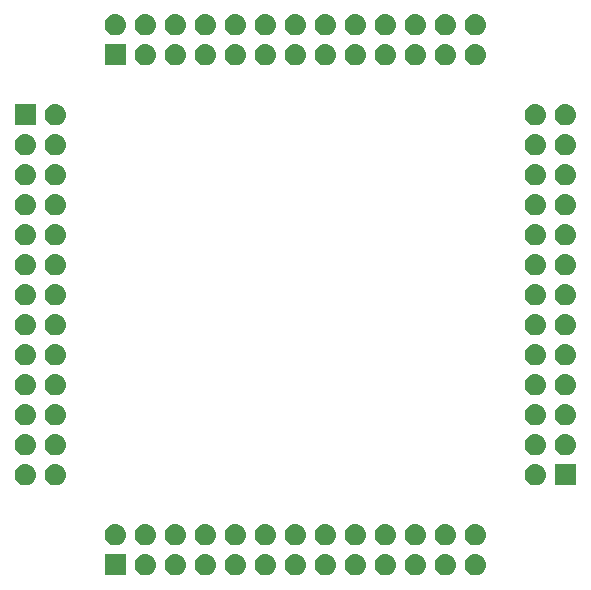
<source format=gbr>
G04 #@! TF.GenerationSoftware,KiCad,Pcbnew,(5.1.2)-2*
G04 #@! TF.CreationDate,2019-10-09T20:23:10+02:00*
G04 #@! TF.ProjectId,PIC18F47K42 MCU Card,50494331-3846-4343-974b-3432204d4355,rev?*
G04 #@! TF.SameCoordinates,Original*
G04 #@! TF.FileFunction,Soldermask,Bot*
G04 #@! TF.FilePolarity,Negative*
%FSLAX46Y46*%
G04 Gerber Fmt 4.6, Leading zero omitted, Abs format (unit mm)*
G04 Created by KiCad (PCBNEW (5.1.2)-2) date 2019-10-09 20:23:10*
%MOMM*%
%LPD*%
G04 APERTURE LIST*
%ADD10C,0.100000*%
G04 APERTURE END LIST*
D10*
G36*
X173404627Y-120651037D02*
G01*
X173404630Y-120651038D01*
X173574465Y-120702556D01*
X173730990Y-120786221D01*
X173868185Y-120898815D01*
X173980779Y-121036010D01*
X174064444Y-121192535D01*
X174110070Y-121342947D01*
X174115963Y-121362373D01*
X174133359Y-121539000D01*
X174115963Y-121715627D01*
X174115962Y-121715630D01*
X174064444Y-121885465D01*
X173980779Y-122041990D01*
X173868185Y-122179185D01*
X173730990Y-122291779D01*
X173574465Y-122375444D01*
X173424053Y-122421070D01*
X173404627Y-122426963D01*
X173272258Y-122440000D01*
X173183742Y-122440000D01*
X173051373Y-122426963D01*
X173031947Y-122421070D01*
X172881535Y-122375444D01*
X172725010Y-122291779D01*
X172587815Y-122179185D01*
X172475221Y-122041990D01*
X172391556Y-121885465D01*
X172340038Y-121715630D01*
X172340037Y-121715627D01*
X172322641Y-121539000D01*
X172340037Y-121362373D01*
X172345930Y-121342947D01*
X172391556Y-121192535D01*
X172475221Y-121036010D01*
X172587815Y-120898815D01*
X172725010Y-120786221D01*
X172881535Y-120702556D01*
X173051370Y-120651038D01*
X173051373Y-120651037D01*
X173183742Y-120638000D01*
X173272258Y-120638000D01*
X173404627Y-120651037D01*
X173404627Y-120651037D01*
G37*
G36*
X170864627Y-120651037D02*
G01*
X170864630Y-120651038D01*
X171034465Y-120702556D01*
X171190990Y-120786221D01*
X171328185Y-120898815D01*
X171440779Y-121036010D01*
X171524444Y-121192535D01*
X171570070Y-121342947D01*
X171575963Y-121362373D01*
X171593359Y-121539000D01*
X171575963Y-121715627D01*
X171575962Y-121715630D01*
X171524444Y-121885465D01*
X171440779Y-122041990D01*
X171328185Y-122179185D01*
X171190990Y-122291779D01*
X171034465Y-122375444D01*
X170884053Y-122421070D01*
X170864627Y-122426963D01*
X170732258Y-122440000D01*
X170643742Y-122440000D01*
X170511373Y-122426963D01*
X170491947Y-122421070D01*
X170341535Y-122375444D01*
X170185010Y-122291779D01*
X170047815Y-122179185D01*
X169935221Y-122041990D01*
X169851556Y-121885465D01*
X169800038Y-121715630D01*
X169800037Y-121715627D01*
X169782641Y-121539000D01*
X169800037Y-121362373D01*
X169805930Y-121342947D01*
X169851556Y-121192535D01*
X169935221Y-121036010D01*
X170047815Y-120898815D01*
X170185010Y-120786221D01*
X170341535Y-120702556D01*
X170511370Y-120651038D01*
X170511373Y-120651037D01*
X170643742Y-120638000D01*
X170732258Y-120638000D01*
X170864627Y-120651037D01*
X170864627Y-120651037D01*
G37*
G36*
X148004627Y-120651037D02*
G01*
X148004630Y-120651038D01*
X148174465Y-120702556D01*
X148330990Y-120786221D01*
X148468185Y-120898815D01*
X148580779Y-121036010D01*
X148664444Y-121192535D01*
X148710070Y-121342947D01*
X148715963Y-121362373D01*
X148733359Y-121539000D01*
X148715963Y-121715627D01*
X148715962Y-121715630D01*
X148664444Y-121885465D01*
X148580779Y-122041990D01*
X148468185Y-122179185D01*
X148330990Y-122291779D01*
X148174465Y-122375444D01*
X148024053Y-122421070D01*
X148004627Y-122426963D01*
X147872258Y-122440000D01*
X147783742Y-122440000D01*
X147651373Y-122426963D01*
X147631947Y-122421070D01*
X147481535Y-122375444D01*
X147325010Y-122291779D01*
X147187815Y-122179185D01*
X147075221Y-122041990D01*
X146991556Y-121885465D01*
X146940038Y-121715630D01*
X146940037Y-121715627D01*
X146922641Y-121539000D01*
X146940037Y-121362373D01*
X146945930Y-121342947D01*
X146991556Y-121192535D01*
X147075221Y-121036010D01*
X147187815Y-120898815D01*
X147325010Y-120786221D01*
X147481535Y-120702556D01*
X147651370Y-120651038D01*
X147651373Y-120651037D01*
X147783742Y-120638000D01*
X147872258Y-120638000D01*
X148004627Y-120651037D01*
X148004627Y-120651037D01*
G37*
G36*
X158164627Y-120651037D02*
G01*
X158164630Y-120651038D01*
X158334465Y-120702556D01*
X158490990Y-120786221D01*
X158628185Y-120898815D01*
X158740779Y-121036010D01*
X158824444Y-121192535D01*
X158870070Y-121342947D01*
X158875963Y-121362373D01*
X158893359Y-121539000D01*
X158875963Y-121715627D01*
X158875962Y-121715630D01*
X158824444Y-121885465D01*
X158740779Y-122041990D01*
X158628185Y-122179185D01*
X158490990Y-122291779D01*
X158334465Y-122375444D01*
X158184053Y-122421070D01*
X158164627Y-122426963D01*
X158032258Y-122440000D01*
X157943742Y-122440000D01*
X157811373Y-122426963D01*
X157791947Y-122421070D01*
X157641535Y-122375444D01*
X157485010Y-122291779D01*
X157347815Y-122179185D01*
X157235221Y-122041990D01*
X157151556Y-121885465D01*
X157100038Y-121715630D01*
X157100037Y-121715627D01*
X157082641Y-121539000D01*
X157100037Y-121362373D01*
X157105930Y-121342947D01*
X157151556Y-121192535D01*
X157235221Y-121036010D01*
X157347815Y-120898815D01*
X157485010Y-120786221D01*
X157641535Y-120702556D01*
X157811370Y-120651038D01*
X157811373Y-120651037D01*
X157943742Y-120638000D01*
X158032258Y-120638000D01*
X158164627Y-120651037D01*
X158164627Y-120651037D01*
G37*
G36*
X160704627Y-120651037D02*
G01*
X160704630Y-120651038D01*
X160874465Y-120702556D01*
X161030990Y-120786221D01*
X161168185Y-120898815D01*
X161280779Y-121036010D01*
X161364444Y-121192535D01*
X161410070Y-121342947D01*
X161415963Y-121362373D01*
X161433359Y-121539000D01*
X161415963Y-121715627D01*
X161415962Y-121715630D01*
X161364444Y-121885465D01*
X161280779Y-122041990D01*
X161168185Y-122179185D01*
X161030990Y-122291779D01*
X160874465Y-122375444D01*
X160724053Y-122421070D01*
X160704627Y-122426963D01*
X160572258Y-122440000D01*
X160483742Y-122440000D01*
X160351373Y-122426963D01*
X160331947Y-122421070D01*
X160181535Y-122375444D01*
X160025010Y-122291779D01*
X159887815Y-122179185D01*
X159775221Y-122041990D01*
X159691556Y-121885465D01*
X159640038Y-121715630D01*
X159640037Y-121715627D01*
X159622641Y-121539000D01*
X159640037Y-121362373D01*
X159645930Y-121342947D01*
X159691556Y-121192535D01*
X159775221Y-121036010D01*
X159887815Y-120898815D01*
X160025010Y-120786221D01*
X160181535Y-120702556D01*
X160351370Y-120651038D01*
X160351373Y-120651037D01*
X160483742Y-120638000D01*
X160572258Y-120638000D01*
X160704627Y-120651037D01*
X160704627Y-120651037D01*
G37*
G36*
X143649000Y-122440000D02*
G01*
X141847000Y-122440000D01*
X141847000Y-120638000D01*
X143649000Y-120638000D01*
X143649000Y-122440000D01*
X143649000Y-122440000D01*
G37*
G36*
X145464627Y-120651037D02*
G01*
X145464630Y-120651038D01*
X145634465Y-120702556D01*
X145790990Y-120786221D01*
X145928185Y-120898815D01*
X146040779Y-121036010D01*
X146124444Y-121192535D01*
X146170070Y-121342947D01*
X146175963Y-121362373D01*
X146193359Y-121539000D01*
X146175963Y-121715627D01*
X146175962Y-121715630D01*
X146124444Y-121885465D01*
X146040779Y-122041990D01*
X145928185Y-122179185D01*
X145790990Y-122291779D01*
X145634465Y-122375444D01*
X145484053Y-122421070D01*
X145464627Y-122426963D01*
X145332258Y-122440000D01*
X145243742Y-122440000D01*
X145111373Y-122426963D01*
X145091947Y-122421070D01*
X144941535Y-122375444D01*
X144785010Y-122291779D01*
X144647815Y-122179185D01*
X144535221Y-122041990D01*
X144451556Y-121885465D01*
X144400038Y-121715630D01*
X144400037Y-121715627D01*
X144382641Y-121539000D01*
X144400037Y-121362373D01*
X144405930Y-121342947D01*
X144451556Y-121192535D01*
X144535221Y-121036010D01*
X144647815Y-120898815D01*
X144785010Y-120786221D01*
X144941535Y-120702556D01*
X145111370Y-120651038D01*
X145111373Y-120651037D01*
X145243742Y-120638000D01*
X145332258Y-120638000D01*
X145464627Y-120651037D01*
X145464627Y-120651037D01*
G37*
G36*
X163244627Y-120651037D02*
G01*
X163244630Y-120651038D01*
X163414465Y-120702556D01*
X163570990Y-120786221D01*
X163708185Y-120898815D01*
X163820779Y-121036010D01*
X163904444Y-121192535D01*
X163950070Y-121342947D01*
X163955963Y-121362373D01*
X163973359Y-121539000D01*
X163955963Y-121715627D01*
X163955962Y-121715630D01*
X163904444Y-121885465D01*
X163820779Y-122041990D01*
X163708185Y-122179185D01*
X163570990Y-122291779D01*
X163414465Y-122375444D01*
X163264053Y-122421070D01*
X163244627Y-122426963D01*
X163112258Y-122440000D01*
X163023742Y-122440000D01*
X162891373Y-122426963D01*
X162871947Y-122421070D01*
X162721535Y-122375444D01*
X162565010Y-122291779D01*
X162427815Y-122179185D01*
X162315221Y-122041990D01*
X162231556Y-121885465D01*
X162180038Y-121715630D01*
X162180037Y-121715627D01*
X162162641Y-121539000D01*
X162180037Y-121362373D01*
X162185930Y-121342947D01*
X162231556Y-121192535D01*
X162315221Y-121036010D01*
X162427815Y-120898815D01*
X162565010Y-120786221D01*
X162721535Y-120702556D01*
X162891370Y-120651038D01*
X162891373Y-120651037D01*
X163023742Y-120638000D01*
X163112258Y-120638000D01*
X163244627Y-120651037D01*
X163244627Y-120651037D01*
G37*
G36*
X155624627Y-120651037D02*
G01*
X155624630Y-120651038D01*
X155794465Y-120702556D01*
X155950990Y-120786221D01*
X156088185Y-120898815D01*
X156200779Y-121036010D01*
X156284444Y-121192535D01*
X156330070Y-121342947D01*
X156335963Y-121362373D01*
X156353359Y-121539000D01*
X156335963Y-121715627D01*
X156335962Y-121715630D01*
X156284444Y-121885465D01*
X156200779Y-122041990D01*
X156088185Y-122179185D01*
X155950990Y-122291779D01*
X155794465Y-122375444D01*
X155644053Y-122421070D01*
X155624627Y-122426963D01*
X155492258Y-122440000D01*
X155403742Y-122440000D01*
X155271373Y-122426963D01*
X155251947Y-122421070D01*
X155101535Y-122375444D01*
X154945010Y-122291779D01*
X154807815Y-122179185D01*
X154695221Y-122041990D01*
X154611556Y-121885465D01*
X154560038Y-121715630D01*
X154560037Y-121715627D01*
X154542641Y-121539000D01*
X154560037Y-121362373D01*
X154565930Y-121342947D01*
X154611556Y-121192535D01*
X154695221Y-121036010D01*
X154807815Y-120898815D01*
X154945010Y-120786221D01*
X155101535Y-120702556D01*
X155271370Y-120651038D01*
X155271373Y-120651037D01*
X155403742Y-120638000D01*
X155492258Y-120638000D01*
X155624627Y-120651037D01*
X155624627Y-120651037D01*
G37*
G36*
X150544627Y-120651037D02*
G01*
X150544630Y-120651038D01*
X150714465Y-120702556D01*
X150870990Y-120786221D01*
X151008185Y-120898815D01*
X151120779Y-121036010D01*
X151204444Y-121192535D01*
X151250070Y-121342947D01*
X151255963Y-121362373D01*
X151273359Y-121539000D01*
X151255963Y-121715627D01*
X151255962Y-121715630D01*
X151204444Y-121885465D01*
X151120779Y-122041990D01*
X151008185Y-122179185D01*
X150870990Y-122291779D01*
X150714465Y-122375444D01*
X150564053Y-122421070D01*
X150544627Y-122426963D01*
X150412258Y-122440000D01*
X150323742Y-122440000D01*
X150191373Y-122426963D01*
X150171947Y-122421070D01*
X150021535Y-122375444D01*
X149865010Y-122291779D01*
X149727815Y-122179185D01*
X149615221Y-122041990D01*
X149531556Y-121885465D01*
X149480038Y-121715630D01*
X149480037Y-121715627D01*
X149462641Y-121539000D01*
X149480037Y-121362373D01*
X149485930Y-121342947D01*
X149531556Y-121192535D01*
X149615221Y-121036010D01*
X149727815Y-120898815D01*
X149865010Y-120786221D01*
X150021535Y-120702556D01*
X150191370Y-120651038D01*
X150191373Y-120651037D01*
X150323742Y-120638000D01*
X150412258Y-120638000D01*
X150544627Y-120651037D01*
X150544627Y-120651037D01*
G37*
G36*
X153084627Y-120651037D02*
G01*
X153084630Y-120651038D01*
X153254465Y-120702556D01*
X153410990Y-120786221D01*
X153548185Y-120898815D01*
X153660779Y-121036010D01*
X153744444Y-121192535D01*
X153790070Y-121342947D01*
X153795963Y-121362373D01*
X153813359Y-121539000D01*
X153795963Y-121715627D01*
X153795962Y-121715630D01*
X153744444Y-121885465D01*
X153660779Y-122041990D01*
X153548185Y-122179185D01*
X153410990Y-122291779D01*
X153254465Y-122375444D01*
X153104053Y-122421070D01*
X153084627Y-122426963D01*
X152952258Y-122440000D01*
X152863742Y-122440000D01*
X152731373Y-122426963D01*
X152711947Y-122421070D01*
X152561535Y-122375444D01*
X152405010Y-122291779D01*
X152267815Y-122179185D01*
X152155221Y-122041990D01*
X152071556Y-121885465D01*
X152020038Y-121715630D01*
X152020037Y-121715627D01*
X152002641Y-121539000D01*
X152020037Y-121362373D01*
X152025930Y-121342947D01*
X152071556Y-121192535D01*
X152155221Y-121036010D01*
X152267815Y-120898815D01*
X152405010Y-120786221D01*
X152561535Y-120702556D01*
X152731370Y-120651038D01*
X152731373Y-120651037D01*
X152863742Y-120638000D01*
X152952258Y-120638000D01*
X153084627Y-120651037D01*
X153084627Y-120651037D01*
G37*
G36*
X165784627Y-120651037D02*
G01*
X165784630Y-120651038D01*
X165954465Y-120702556D01*
X166110990Y-120786221D01*
X166248185Y-120898815D01*
X166360779Y-121036010D01*
X166444444Y-121192535D01*
X166490070Y-121342947D01*
X166495963Y-121362373D01*
X166513359Y-121539000D01*
X166495963Y-121715627D01*
X166495962Y-121715630D01*
X166444444Y-121885465D01*
X166360779Y-122041990D01*
X166248185Y-122179185D01*
X166110990Y-122291779D01*
X165954465Y-122375444D01*
X165804053Y-122421070D01*
X165784627Y-122426963D01*
X165652258Y-122440000D01*
X165563742Y-122440000D01*
X165431373Y-122426963D01*
X165411947Y-122421070D01*
X165261535Y-122375444D01*
X165105010Y-122291779D01*
X164967815Y-122179185D01*
X164855221Y-122041990D01*
X164771556Y-121885465D01*
X164720038Y-121715630D01*
X164720037Y-121715627D01*
X164702641Y-121539000D01*
X164720037Y-121362373D01*
X164725930Y-121342947D01*
X164771556Y-121192535D01*
X164855221Y-121036010D01*
X164967815Y-120898815D01*
X165105010Y-120786221D01*
X165261535Y-120702556D01*
X165431370Y-120651038D01*
X165431373Y-120651037D01*
X165563742Y-120638000D01*
X165652258Y-120638000D01*
X165784627Y-120651037D01*
X165784627Y-120651037D01*
G37*
G36*
X168324627Y-120651037D02*
G01*
X168324630Y-120651038D01*
X168494465Y-120702556D01*
X168650990Y-120786221D01*
X168788185Y-120898815D01*
X168900779Y-121036010D01*
X168984444Y-121192535D01*
X169030070Y-121342947D01*
X169035963Y-121362373D01*
X169053359Y-121539000D01*
X169035963Y-121715627D01*
X169035962Y-121715630D01*
X168984444Y-121885465D01*
X168900779Y-122041990D01*
X168788185Y-122179185D01*
X168650990Y-122291779D01*
X168494465Y-122375444D01*
X168344053Y-122421070D01*
X168324627Y-122426963D01*
X168192258Y-122440000D01*
X168103742Y-122440000D01*
X167971373Y-122426963D01*
X167951947Y-122421070D01*
X167801535Y-122375444D01*
X167645010Y-122291779D01*
X167507815Y-122179185D01*
X167395221Y-122041990D01*
X167311556Y-121885465D01*
X167260038Y-121715630D01*
X167260037Y-121715627D01*
X167242641Y-121539000D01*
X167260037Y-121362373D01*
X167265930Y-121342947D01*
X167311556Y-121192535D01*
X167395221Y-121036010D01*
X167507815Y-120898815D01*
X167645010Y-120786221D01*
X167801535Y-120702556D01*
X167971370Y-120651038D01*
X167971373Y-120651037D01*
X168103742Y-120638000D01*
X168192258Y-120638000D01*
X168324627Y-120651037D01*
X168324627Y-120651037D01*
G37*
G36*
X160704627Y-118111037D02*
G01*
X160704630Y-118111038D01*
X160874465Y-118162556D01*
X161030990Y-118246221D01*
X161168185Y-118358815D01*
X161280779Y-118496010D01*
X161364444Y-118652535D01*
X161410070Y-118802947D01*
X161415963Y-118822373D01*
X161433359Y-118999000D01*
X161415963Y-119175627D01*
X161415962Y-119175630D01*
X161364444Y-119345465D01*
X161280779Y-119501990D01*
X161168185Y-119639185D01*
X161030990Y-119751779D01*
X160874465Y-119835444D01*
X160724053Y-119881070D01*
X160704627Y-119886963D01*
X160572258Y-119900000D01*
X160483742Y-119900000D01*
X160351373Y-119886963D01*
X160331947Y-119881070D01*
X160181535Y-119835444D01*
X160025010Y-119751779D01*
X159887815Y-119639185D01*
X159775221Y-119501990D01*
X159691556Y-119345465D01*
X159640038Y-119175630D01*
X159640037Y-119175627D01*
X159622641Y-118999000D01*
X159640037Y-118822373D01*
X159645930Y-118802947D01*
X159691556Y-118652535D01*
X159775221Y-118496010D01*
X159887815Y-118358815D01*
X160025010Y-118246221D01*
X160181535Y-118162556D01*
X160351370Y-118111038D01*
X160351373Y-118111037D01*
X160483742Y-118098000D01*
X160572258Y-118098000D01*
X160704627Y-118111037D01*
X160704627Y-118111037D01*
G37*
G36*
X168324627Y-118111037D02*
G01*
X168324630Y-118111038D01*
X168494465Y-118162556D01*
X168650990Y-118246221D01*
X168788185Y-118358815D01*
X168900779Y-118496010D01*
X168984444Y-118652535D01*
X169030070Y-118802947D01*
X169035963Y-118822373D01*
X169053359Y-118999000D01*
X169035963Y-119175627D01*
X169035962Y-119175630D01*
X168984444Y-119345465D01*
X168900779Y-119501990D01*
X168788185Y-119639185D01*
X168650990Y-119751779D01*
X168494465Y-119835444D01*
X168344053Y-119881070D01*
X168324627Y-119886963D01*
X168192258Y-119900000D01*
X168103742Y-119900000D01*
X167971373Y-119886963D01*
X167951947Y-119881070D01*
X167801535Y-119835444D01*
X167645010Y-119751779D01*
X167507815Y-119639185D01*
X167395221Y-119501990D01*
X167311556Y-119345465D01*
X167260038Y-119175630D01*
X167260037Y-119175627D01*
X167242641Y-118999000D01*
X167260037Y-118822373D01*
X167265930Y-118802947D01*
X167311556Y-118652535D01*
X167395221Y-118496010D01*
X167507815Y-118358815D01*
X167645010Y-118246221D01*
X167801535Y-118162556D01*
X167971370Y-118111038D01*
X167971373Y-118111037D01*
X168103742Y-118098000D01*
X168192258Y-118098000D01*
X168324627Y-118111037D01*
X168324627Y-118111037D01*
G37*
G36*
X142924627Y-118111037D02*
G01*
X142924630Y-118111038D01*
X143094465Y-118162556D01*
X143250990Y-118246221D01*
X143388185Y-118358815D01*
X143500779Y-118496010D01*
X143584444Y-118652535D01*
X143630070Y-118802947D01*
X143635963Y-118822373D01*
X143653359Y-118999000D01*
X143635963Y-119175627D01*
X143635962Y-119175630D01*
X143584444Y-119345465D01*
X143500779Y-119501990D01*
X143388185Y-119639185D01*
X143250990Y-119751779D01*
X143094465Y-119835444D01*
X142944053Y-119881070D01*
X142924627Y-119886963D01*
X142792258Y-119900000D01*
X142703742Y-119900000D01*
X142571373Y-119886963D01*
X142551947Y-119881070D01*
X142401535Y-119835444D01*
X142245010Y-119751779D01*
X142107815Y-119639185D01*
X141995221Y-119501990D01*
X141911556Y-119345465D01*
X141860038Y-119175630D01*
X141860037Y-119175627D01*
X141842641Y-118999000D01*
X141860037Y-118822373D01*
X141865930Y-118802947D01*
X141911556Y-118652535D01*
X141995221Y-118496010D01*
X142107815Y-118358815D01*
X142245010Y-118246221D01*
X142401535Y-118162556D01*
X142571370Y-118111038D01*
X142571373Y-118111037D01*
X142703742Y-118098000D01*
X142792258Y-118098000D01*
X142924627Y-118111037D01*
X142924627Y-118111037D01*
G37*
G36*
X163244627Y-118111037D02*
G01*
X163244630Y-118111038D01*
X163414465Y-118162556D01*
X163570990Y-118246221D01*
X163708185Y-118358815D01*
X163820779Y-118496010D01*
X163904444Y-118652535D01*
X163950070Y-118802947D01*
X163955963Y-118822373D01*
X163973359Y-118999000D01*
X163955963Y-119175627D01*
X163955962Y-119175630D01*
X163904444Y-119345465D01*
X163820779Y-119501990D01*
X163708185Y-119639185D01*
X163570990Y-119751779D01*
X163414465Y-119835444D01*
X163264053Y-119881070D01*
X163244627Y-119886963D01*
X163112258Y-119900000D01*
X163023742Y-119900000D01*
X162891373Y-119886963D01*
X162871947Y-119881070D01*
X162721535Y-119835444D01*
X162565010Y-119751779D01*
X162427815Y-119639185D01*
X162315221Y-119501990D01*
X162231556Y-119345465D01*
X162180038Y-119175630D01*
X162180037Y-119175627D01*
X162162641Y-118999000D01*
X162180037Y-118822373D01*
X162185930Y-118802947D01*
X162231556Y-118652535D01*
X162315221Y-118496010D01*
X162427815Y-118358815D01*
X162565010Y-118246221D01*
X162721535Y-118162556D01*
X162891370Y-118111038D01*
X162891373Y-118111037D01*
X163023742Y-118098000D01*
X163112258Y-118098000D01*
X163244627Y-118111037D01*
X163244627Y-118111037D01*
G37*
G36*
X148004627Y-118111037D02*
G01*
X148004630Y-118111038D01*
X148174465Y-118162556D01*
X148330990Y-118246221D01*
X148468185Y-118358815D01*
X148580779Y-118496010D01*
X148664444Y-118652535D01*
X148710070Y-118802947D01*
X148715963Y-118822373D01*
X148733359Y-118999000D01*
X148715963Y-119175627D01*
X148715962Y-119175630D01*
X148664444Y-119345465D01*
X148580779Y-119501990D01*
X148468185Y-119639185D01*
X148330990Y-119751779D01*
X148174465Y-119835444D01*
X148024053Y-119881070D01*
X148004627Y-119886963D01*
X147872258Y-119900000D01*
X147783742Y-119900000D01*
X147651373Y-119886963D01*
X147631947Y-119881070D01*
X147481535Y-119835444D01*
X147325010Y-119751779D01*
X147187815Y-119639185D01*
X147075221Y-119501990D01*
X146991556Y-119345465D01*
X146940038Y-119175630D01*
X146940037Y-119175627D01*
X146922641Y-118999000D01*
X146940037Y-118822373D01*
X146945930Y-118802947D01*
X146991556Y-118652535D01*
X147075221Y-118496010D01*
X147187815Y-118358815D01*
X147325010Y-118246221D01*
X147481535Y-118162556D01*
X147651370Y-118111038D01*
X147651373Y-118111037D01*
X147783742Y-118098000D01*
X147872258Y-118098000D01*
X148004627Y-118111037D01*
X148004627Y-118111037D01*
G37*
G36*
X153084627Y-118111037D02*
G01*
X153084630Y-118111038D01*
X153254465Y-118162556D01*
X153410990Y-118246221D01*
X153548185Y-118358815D01*
X153660779Y-118496010D01*
X153744444Y-118652535D01*
X153790070Y-118802947D01*
X153795963Y-118822373D01*
X153813359Y-118999000D01*
X153795963Y-119175627D01*
X153795962Y-119175630D01*
X153744444Y-119345465D01*
X153660779Y-119501990D01*
X153548185Y-119639185D01*
X153410990Y-119751779D01*
X153254465Y-119835444D01*
X153104053Y-119881070D01*
X153084627Y-119886963D01*
X152952258Y-119900000D01*
X152863742Y-119900000D01*
X152731373Y-119886963D01*
X152711947Y-119881070D01*
X152561535Y-119835444D01*
X152405010Y-119751779D01*
X152267815Y-119639185D01*
X152155221Y-119501990D01*
X152071556Y-119345465D01*
X152020038Y-119175630D01*
X152020037Y-119175627D01*
X152002641Y-118999000D01*
X152020037Y-118822373D01*
X152025930Y-118802947D01*
X152071556Y-118652535D01*
X152155221Y-118496010D01*
X152267815Y-118358815D01*
X152405010Y-118246221D01*
X152561535Y-118162556D01*
X152731370Y-118111038D01*
X152731373Y-118111037D01*
X152863742Y-118098000D01*
X152952258Y-118098000D01*
X153084627Y-118111037D01*
X153084627Y-118111037D01*
G37*
G36*
X158164627Y-118111037D02*
G01*
X158164630Y-118111038D01*
X158334465Y-118162556D01*
X158490990Y-118246221D01*
X158628185Y-118358815D01*
X158740779Y-118496010D01*
X158824444Y-118652535D01*
X158870070Y-118802947D01*
X158875963Y-118822373D01*
X158893359Y-118999000D01*
X158875963Y-119175627D01*
X158875962Y-119175630D01*
X158824444Y-119345465D01*
X158740779Y-119501990D01*
X158628185Y-119639185D01*
X158490990Y-119751779D01*
X158334465Y-119835444D01*
X158184053Y-119881070D01*
X158164627Y-119886963D01*
X158032258Y-119900000D01*
X157943742Y-119900000D01*
X157811373Y-119886963D01*
X157791947Y-119881070D01*
X157641535Y-119835444D01*
X157485010Y-119751779D01*
X157347815Y-119639185D01*
X157235221Y-119501990D01*
X157151556Y-119345465D01*
X157100038Y-119175630D01*
X157100037Y-119175627D01*
X157082641Y-118999000D01*
X157100037Y-118822373D01*
X157105930Y-118802947D01*
X157151556Y-118652535D01*
X157235221Y-118496010D01*
X157347815Y-118358815D01*
X157485010Y-118246221D01*
X157641535Y-118162556D01*
X157811370Y-118111038D01*
X157811373Y-118111037D01*
X157943742Y-118098000D01*
X158032258Y-118098000D01*
X158164627Y-118111037D01*
X158164627Y-118111037D01*
G37*
G36*
X145464627Y-118111037D02*
G01*
X145464630Y-118111038D01*
X145634465Y-118162556D01*
X145790990Y-118246221D01*
X145928185Y-118358815D01*
X146040779Y-118496010D01*
X146124444Y-118652535D01*
X146170070Y-118802947D01*
X146175963Y-118822373D01*
X146193359Y-118999000D01*
X146175963Y-119175627D01*
X146175962Y-119175630D01*
X146124444Y-119345465D01*
X146040779Y-119501990D01*
X145928185Y-119639185D01*
X145790990Y-119751779D01*
X145634465Y-119835444D01*
X145484053Y-119881070D01*
X145464627Y-119886963D01*
X145332258Y-119900000D01*
X145243742Y-119900000D01*
X145111373Y-119886963D01*
X145091947Y-119881070D01*
X144941535Y-119835444D01*
X144785010Y-119751779D01*
X144647815Y-119639185D01*
X144535221Y-119501990D01*
X144451556Y-119345465D01*
X144400038Y-119175630D01*
X144400037Y-119175627D01*
X144382641Y-118999000D01*
X144400037Y-118822373D01*
X144405930Y-118802947D01*
X144451556Y-118652535D01*
X144535221Y-118496010D01*
X144647815Y-118358815D01*
X144785010Y-118246221D01*
X144941535Y-118162556D01*
X145111370Y-118111038D01*
X145111373Y-118111037D01*
X145243742Y-118098000D01*
X145332258Y-118098000D01*
X145464627Y-118111037D01*
X145464627Y-118111037D01*
G37*
G36*
X165784627Y-118111037D02*
G01*
X165784630Y-118111038D01*
X165954465Y-118162556D01*
X166110990Y-118246221D01*
X166248185Y-118358815D01*
X166360779Y-118496010D01*
X166444444Y-118652535D01*
X166490070Y-118802947D01*
X166495963Y-118822373D01*
X166513359Y-118999000D01*
X166495963Y-119175627D01*
X166495962Y-119175630D01*
X166444444Y-119345465D01*
X166360779Y-119501990D01*
X166248185Y-119639185D01*
X166110990Y-119751779D01*
X165954465Y-119835444D01*
X165804053Y-119881070D01*
X165784627Y-119886963D01*
X165652258Y-119900000D01*
X165563742Y-119900000D01*
X165431373Y-119886963D01*
X165411947Y-119881070D01*
X165261535Y-119835444D01*
X165105010Y-119751779D01*
X164967815Y-119639185D01*
X164855221Y-119501990D01*
X164771556Y-119345465D01*
X164720038Y-119175630D01*
X164720037Y-119175627D01*
X164702641Y-118999000D01*
X164720037Y-118822373D01*
X164725930Y-118802947D01*
X164771556Y-118652535D01*
X164855221Y-118496010D01*
X164967815Y-118358815D01*
X165105010Y-118246221D01*
X165261535Y-118162556D01*
X165431370Y-118111038D01*
X165431373Y-118111037D01*
X165563742Y-118098000D01*
X165652258Y-118098000D01*
X165784627Y-118111037D01*
X165784627Y-118111037D01*
G37*
G36*
X170864627Y-118111037D02*
G01*
X170864630Y-118111038D01*
X171034465Y-118162556D01*
X171190990Y-118246221D01*
X171328185Y-118358815D01*
X171440779Y-118496010D01*
X171524444Y-118652535D01*
X171570070Y-118802947D01*
X171575963Y-118822373D01*
X171593359Y-118999000D01*
X171575963Y-119175627D01*
X171575962Y-119175630D01*
X171524444Y-119345465D01*
X171440779Y-119501990D01*
X171328185Y-119639185D01*
X171190990Y-119751779D01*
X171034465Y-119835444D01*
X170884053Y-119881070D01*
X170864627Y-119886963D01*
X170732258Y-119900000D01*
X170643742Y-119900000D01*
X170511373Y-119886963D01*
X170491947Y-119881070D01*
X170341535Y-119835444D01*
X170185010Y-119751779D01*
X170047815Y-119639185D01*
X169935221Y-119501990D01*
X169851556Y-119345465D01*
X169800038Y-119175630D01*
X169800037Y-119175627D01*
X169782641Y-118999000D01*
X169800037Y-118822373D01*
X169805930Y-118802947D01*
X169851556Y-118652535D01*
X169935221Y-118496010D01*
X170047815Y-118358815D01*
X170185010Y-118246221D01*
X170341535Y-118162556D01*
X170511370Y-118111038D01*
X170511373Y-118111037D01*
X170643742Y-118098000D01*
X170732258Y-118098000D01*
X170864627Y-118111037D01*
X170864627Y-118111037D01*
G37*
G36*
X150544627Y-118111037D02*
G01*
X150544630Y-118111038D01*
X150714465Y-118162556D01*
X150870990Y-118246221D01*
X151008185Y-118358815D01*
X151120779Y-118496010D01*
X151204444Y-118652535D01*
X151250070Y-118802947D01*
X151255963Y-118822373D01*
X151273359Y-118999000D01*
X151255963Y-119175627D01*
X151255962Y-119175630D01*
X151204444Y-119345465D01*
X151120779Y-119501990D01*
X151008185Y-119639185D01*
X150870990Y-119751779D01*
X150714465Y-119835444D01*
X150564053Y-119881070D01*
X150544627Y-119886963D01*
X150412258Y-119900000D01*
X150323742Y-119900000D01*
X150191373Y-119886963D01*
X150171947Y-119881070D01*
X150021535Y-119835444D01*
X149865010Y-119751779D01*
X149727815Y-119639185D01*
X149615221Y-119501990D01*
X149531556Y-119345465D01*
X149480038Y-119175630D01*
X149480037Y-119175627D01*
X149462641Y-118999000D01*
X149480037Y-118822373D01*
X149485930Y-118802947D01*
X149531556Y-118652535D01*
X149615221Y-118496010D01*
X149727815Y-118358815D01*
X149865010Y-118246221D01*
X150021535Y-118162556D01*
X150191370Y-118111038D01*
X150191373Y-118111037D01*
X150323742Y-118098000D01*
X150412258Y-118098000D01*
X150544627Y-118111037D01*
X150544627Y-118111037D01*
G37*
G36*
X155624627Y-118111037D02*
G01*
X155624630Y-118111038D01*
X155794465Y-118162556D01*
X155950990Y-118246221D01*
X156088185Y-118358815D01*
X156200779Y-118496010D01*
X156284444Y-118652535D01*
X156330070Y-118802947D01*
X156335963Y-118822373D01*
X156353359Y-118999000D01*
X156335963Y-119175627D01*
X156335962Y-119175630D01*
X156284444Y-119345465D01*
X156200779Y-119501990D01*
X156088185Y-119639185D01*
X155950990Y-119751779D01*
X155794465Y-119835444D01*
X155644053Y-119881070D01*
X155624627Y-119886963D01*
X155492258Y-119900000D01*
X155403742Y-119900000D01*
X155271373Y-119886963D01*
X155251947Y-119881070D01*
X155101535Y-119835444D01*
X154945010Y-119751779D01*
X154807815Y-119639185D01*
X154695221Y-119501990D01*
X154611556Y-119345465D01*
X154560038Y-119175630D01*
X154560037Y-119175627D01*
X154542641Y-118999000D01*
X154560037Y-118822373D01*
X154565930Y-118802947D01*
X154611556Y-118652535D01*
X154695221Y-118496010D01*
X154807815Y-118358815D01*
X154945010Y-118246221D01*
X155101535Y-118162556D01*
X155271370Y-118111038D01*
X155271373Y-118111037D01*
X155403742Y-118098000D01*
X155492258Y-118098000D01*
X155624627Y-118111037D01*
X155624627Y-118111037D01*
G37*
G36*
X173404627Y-118111037D02*
G01*
X173404630Y-118111038D01*
X173574465Y-118162556D01*
X173730990Y-118246221D01*
X173868185Y-118358815D01*
X173980779Y-118496010D01*
X174064444Y-118652535D01*
X174110070Y-118802947D01*
X174115963Y-118822373D01*
X174133359Y-118999000D01*
X174115963Y-119175627D01*
X174115962Y-119175630D01*
X174064444Y-119345465D01*
X173980779Y-119501990D01*
X173868185Y-119639185D01*
X173730990Y-119751779D01*
X173574465Y-119835444D01*
X173424053Y-119881070D01*
X173404627Y-119886963D01*
X173272258Y-119900000D01*
X173183742Y-119900000D01*
X173051373Y-119886963D01*
X173031947Y-119881070D01*
X172881535Y-119835444D01*
X172725010Y-119751779D01*
X172587815Y-119639185D01*
X172475221Y-119501990D01*
X172391556Y-119345465D01*
X172340038Y-119175630D01*
X172340037Y-119175627D01*
X172322641Y-118999000D01*
X172340037Y-118822373D01*
X172345930Y-118802947D01*
X172391556Y-118652535D01*
X172475221Y-118496010D01*
X172587815Y-118358815D01*
X172725010Y-118246221D01*
X172881535Y-118162556D01*
X173051370Y-118111038D01*
X173051373Y-118111037D01*
X173183742Y-118098000D01*
X173272258Y-118098000D01*
X173404627Y-118111037D01*
X173404627Y-118111037D01*
G37*
G36*
X181749000Y-114820000D02*
G01*
X179947000Y-114820000D01*
X179947000Y-113018000D01*
X181749000Y-113018000D01*
X181749000Y-114820000D01*
X181749000Y-114820000D01*
G37*
G36*
X137844627Y-113031037D02*
G01*
X137844630Y-113031038D01*
X138014465Y-113082556D01*
X138170990Y-113166221D01*
X138308185Y-113278815D01*
X138420779Y-113416010D01*
X138504444Y-113572535D01*
X138550070Y-113722947D01*
X138555963Y-113742373D01*
X138573359Y-113919000D01*
X138555963Y-114095627D01*
X138555962Y-114095630D01*
X138504444Y-114265465D01*
X138420779Y-114421990D01*
X138308185Y-114559185D01*
X138170990Y-114671779D01*
X138014465Y-114755444D01*
X137864053Y-114801070D01*
X137844627Y-114806963D01*
X137712258Y-114820000D01*
X137623742Y-114820000D01*
X137491373Y-114806963D01*
X137471947Y-114801070D01*
X137321535Y-114755444D01*
X137165010Y-114671779D01*
X137027815Y-114559185D01*
X136915221Y-114421990D01*
X136831556Y-114265465D01*
X136780038Y-114095630D01*
X136780037Y-114095627D01*
X136762641Y-113919000D01*
X136780037Y-113742373D01*
X136785930Y-113722947D01*
X136831556Y-113572535D01*
X136915221Y-113416010D01*
X137027815Y-113278815D01*
X137165010Y-113166221D01*
X137321535Y-113082556D01*
X137491370Y-113031038D01*
X137491373Y-113031037D01*
X137623742Y-113018000D01*
X137712258Y-113018000D01*
X137844627Y-113031037D01*
X137844627Y-113031037D01*
G37*
G36*
X178484627Y-113031037D02*
G01*
X178484630Y-113031038D01*
X178654465Y-113082556D01*
X178810990Y-113166221D01*
X178948185Y-113278815D01*
X179060779Y-113416010D01*
X179144444Y-113572535D01*
X179190070Y-113722947D01*
X179195963Y-113742373D01*
X179213359Y-113919000D01*
X179195963Y-114095627D01*
X179195962Y-114095630D01*
X179144444Y-114265465D01*
X179060779Y-114421990D01*
X178948185Y-114559185D01*
X178810990Y-114671779D01*
X178654465Y-114755444D01*
X178504053Y-114801070D01*
X178484627Y-114806963D01*
X178352258Y-114820000D01*
X178263742Y-114820000D01*
X178131373Y-114806963D01*
X178111947Y-114801070D01*
X177961535Y-114755444D01*
X177805010Y-114671779D01*
X177667815Y-114559185D01*
X177555221Y-114421990D01*
X177471556Y-114265465D01*
X177420038Y-114095630D01*
X177420037Y-114095627D01*
X177402641Y-113919000D01*
X177420037Y-113742373D01*
X177425930Y-113722947D01*
X177471556Y-113572535D01*
X177555221Y-113416010D01*
X177667815Y-113278815D01*
X177805010Y-113166221D01*
X177961535Y-113082556D01*
X178131370Y-113031038D01*
X178131373Y-113031037D01*
X178263742Y-113018000D01*
X178352258Y-113018000D01*
X178484627Y-113031037D01*
X178484627Y-113031037D01*
G37*
G36*
X135304627Y-113031037D02*
G01*
X135304630Y-113031038D01*
X135474465Y-113082556D01*
X135630990Y-113166221D01*
X135768185Y-113278815D01*
X135880779Y-113416010D01*
X135964444Y-113572535D01*
X136010070Y-113722947D01*
X136015963Y-113742373D01*
X136033359Y-113919000D01*
X136015963Y-114095627D01*
X136015962Y-114095630D01*
X135964444Y-114265465D01*
X135880779Y-114421990D01*
X135768185Y-114559185D01*
X135630990Y-114671779D01*
X135474465Y-114755444D01*
X135324053Y-114801070D01*
X135304627Y-114806963D01*
X135172258Y-114820000D01*
X135083742Y-114820000D01*
X134951373Y-114806963D01*
X134931947Y-114801070D01*
X134781535Y-114755444D01*
X134625010Y-114671779D01*
X134487815Y-114559185D01*
X134375221Y-114421990D01*
X134291556Y-114265465D01*
X134240038Y-114095630D01*
X134240037Y-114095627D01*
X134222641Y-113919000D01*
X134240037Y-113742373D01*
X134245930Y-113722947D01*
X134291556Y-113572535D01*
X134375221Y-113416010D01*
X134487815Y-113278815D01*
X134625010Y-113166221D01*
X134781535Y-113082556D01*
X134951370Y-113031038D01*
X134951373Y-113031037D01*
X135083742Y-113018000D01*
X135172258Y-113018000D01*
X135304627Y-113031037D01*
X135304627Y-113031037D01*
G37*
G36*
X178484627Y-110491037D02*
G01*
X178484630Y-110491038D01*
X178654465Y-110542556D01*
X178810990Y-110626221D01*
X178948185Y-110738815D01*
X179060779Y-110876010D01*
X179144444Y-111032535D01*
X179190070Y-111182947D01*
X179195963Y-111202373D01*
X179213359Y-111379000D01*
X179195963Y-111555627D01*
X179195962Y-111555630D01*
X179144444Y-111725465D01*
X179060779Y-111881990D01*
X178948185Y-112019185D01*
X178810990Y-112131779D01*
X178654465Y-112215444D01*
X178504053Y-112261070D01*
X178484627Y-112266963D01*
X178352258Y-112280000D01*
X178263742Y-112280000D01*
X178131373Y-112266963D01*
X178111947Y-112261070D01*
X177961535Y-112215444D01*
X177805010Y-112131779D01*
X177667815Y-112019185D01*
X177555221Y-111881990D01*
X177471556Y-111725465D01*
X177420038Y-111555630D01*
X177420037Y-111555627D01*
X177402641Y-111379000D01*
X177420037Y-111202373D01*
X177425930Y-111182947D01*
X177471556Y-111032535D01*
X177555221Y-110876010D01*
X177667815Y-110738815D01*
X177805010Y-110626221D01*
X177961535Y-110542556D01*
X178131370Y-110491038D01*
X178131373Y-110491037D01*
X178263742Y-110478000D01*
X178352258Y-110478000D01*
X178484627Y-110491037D01*
X178484627Y-110491037D01*
G37*
G36*
X135304627Y-110491037D02*
G01*
X135304630Y-110491038D01*
X135474465Y-110542556D01*
X135630990Y-110626221D01*
X135768185Y-110738815D01*
X135880779Y-110876010D01*
X135964444Y-111032535D01*
X136010070Y-111182947D01*
X136015963Y-111202373D01*
X136033359Y-111379000D01*
X136015963Y-111555627D01*
X136015962Y-111555630D01*
X135964444Y-111725465D01*
X135880779Y-111881990D01*
X135768185Y-112019185D01*
X135630990Y-112131779D01*
X135474465Y-112215444D01*
X135324053Y-112261070D01*
X135304627Y-112266963D01*
X135172258Y-112280000D01*
X135083742Y-112280000D01*
X134951373Y-112266963D01*
X134931947Y-112261070D01*
X134781535Y-112215444D01*
X134625010Y-112131779D01*
X134487815Y-112019185D01*
X134375221Y-111881990D01*
X134291556Y-111725465D01*
X134240038Y-111555630D01*
X134240037Y-111555627D01*
X134222641Y-111379000D01*
X134240037Y-111202373D01*
X134245930Y-111182947D01*
X134291556Y-111032535D01*
X134375221Y-110876010D01*
X134487815Y-110738815D01*
X134625010Y-110626221D01*
X134781535Y-110542556D01*
X134951370Y-110491038D01*
X134951373Y-110491037D01*
X135083742Y-110478000D01*
X135172258Y-110478000D01*
X135304627Y-110491037D01*
X135304627Y-110491037D01*
G37*
G36*
X137844627Y-110491037D02*
G01*
X137844630Y-110491038D01*
X138014465Y-110542556D01*
X138170990Y-110626221D01*
X138308185Y-110738815D01*
X138420779Y-110876010D01*
X138504444Y-111032535D01*
X138550070Y-111182947D01*
X138555963Y-111202373D01*
X138573359Y-111379000D01*
X138555963Y-111555627D01*
X138555962Y-111555630D01*
X138504444Y-111725465D01*
X138420779Y-111881990D01*
X138308185Y-112019185D01*
X138170990Y-112131779D01*
X138014465Y-112215444D01*
X137864053Y-112261070D01*
X137844627Y-112266963D01*
X137712258Y-112280000D01*
X137623742Y-112280000D01*
X137491373Y-112266963D01*
X137471947Y-112261070D01*
X137321535Y-112215444D01*
X137165010Y-112131779D01*
X137027815Y-112019185D01*
X136915221Y-111881990D01*
X136831556Y-111725465D01*
X136780038Y-111555630D01*
X136780037Y-111555627D01*
X136762641Y-111379000D01*
X136780037Y-111202373D01*
X136785930Y-111182947D01*
X136831556Y-111032535D01*
X136915221Y-110876010D01*
X137027815Y-110738815D01*
X137165010Y-110626221D01*
X137321535Y-110542556D01*
X137491370Y-110491038D01*
X137491373Y-110491037D01*
X137623742Y-110478000D01*
X137712258Y-110478000D01*
X137844627Y-110491037D01*
X137844627Y-110491037D01*
G37*
G36*
X181024627Y-110491037D02*
G01*
X181024630Y-110491038D01*
X181194465Y-110542556D01*
X181350990Y-110626221D01*
X181488185Y-110738815D01*
X181600779Y-110876010D01*
X181684444Y-111032535D01*
X181730070Y-111182947D01*
X181735963Y-111202373D01*
X181753359Y-111379000D01*
X181735963Y-111555627D01*
X181735962Y-111555630D01*
X181684444Y-111725465D01*
X181600779Y-111881990D01*
X181488185Y-112019185D01*
X181350990Y-112131779D01*
X181194465Y-112215444D01*
X181044053Y-112261070D01*
X181024627Y-112266963D01*
X180892258Y-112280000D01*
X180803742Y-112280000D01*
X180671373Y-112266963D01*
X180651947Y-112261070D01*
X180501535Y-112215444D01*
X180345010Y-112131779D01*
X180207815Y-112019185D01*
X180095221Y-111881990D01*
X180011556Y-111725465D01*
X179960038Y-111555630D01*
X179960037Y-111555627D01*
X179942641Y-111379000D01*
X179960037Y-111202373D01*
X179965930Y-111182947D01*
X180011556Y-111032535D01*
X180095221Y-110876010D01*
X180207815Y-110738815D01*
X180345010Y-110626221D01*
X180501535Y-110542556D01*
X180671370Y-110491038D01*
X180671373Y-110491037D01*
X180803742Y-110478000D01*
X180892258Y-110478000D01*
X181024627Y-110491037D01*
X181024627Y-110491037D01*
G37*
G36*
X181024627Y-107951037D02*
G01*
X181024630Y-107951038D01*
X181194465Y-108002556D01*
X181350990Y-108086221D01*
X181488185Y-108198815D01*
X181600779Y-108336010D01*
X181684444Y-108492535D01*
X181730070Y-108642947D01*
X181735963Y-108662373D01*
X181753359Y-108839000D01*
X181735963Y-109015627D01*
X181735962Y-109015630D01*
X181684444Y-109185465D01*
X181600779Y-109341990D01*
X181488185Y-109479185D01*
X181350990Y-109591779D01*
X181194465Y-109675444D01*
X181044053Y-109721070D01*
X181024627Y-109726963D01*
X180892258Y-109740000D01*
X180803742Y-109740000D01*
X180671373Y-109726963D01*
X180651947Y-109721070D01*
X180501535Y-109675444D01*
X180345010Y-109591779D01*
X180207815Y-109479185D01*
X180095221Y-109341990D01*
X180011556Y-109185465D01*
X179960038Y-109015630D01*
X179960037Y-109015627D01*
X179942641Y-108839000D01*
X179960037Y-108662373D01*
X179965930Y-108642947D01*
X180011556Y-108492535D01*
X180095221Y-108336010D01*
X180207815Y-108198815D01*
X180345010Y-108086221D01*
X180501535Y-108002556D01*
X180671370Y-107951038D01*
X180671373Y-107951037D01*
X180803742Y-107938000D01*
X180892258Y-107938000D01*
X181024627Y-107951037D01*
X181024627Y-107951037D01*
G37*
G36*
X178484627Y-107951037D02*
G01*
X178484630Y-107951038D01*
X178654465Y-108002556D01*
X178810990Y-108086221D01*
X178948185Y-108198815D01*
X179060779Y-108336010D01*
X179144444Y-108492535D01*
X179190070Y-108642947D01*
X179195963Y-108662373D01*
X179213359Y-108839000D01*
X179195963Y-109015627D01*
X179195962Y-109015630D01*
X179144444Y-109185465D01*
X179060779Y-109341990D01*
X178948185Y-109479185D01*
X178810990Y-109591779D01*
X178654465Y-109675444D01*
X178504053Y-109721070D01*
X178484627Y-109726963D01*
X178352258Y-109740000D01*
X178263742Y-109740000D01*
X178131373Y-109726963D01*
X178111947Y-109721070D01*
X177961535Y-109675444D01*
X177805010Y-109591779D01*
X177667815Y-109479185D01*
X177555221Y-109341990D01*
X177471556Y-109185465D01*
X177420038Y-109015630D01*
X177420037Y-109015627D01*
X177402641Y-108839000D01*
X177420037Y-108662373D01*
X177425930Y-108642947D01*
X177471556Y-108492535D01*
X177555221Y-108336010D01*
X177667815Y-108198815D01*
X177805010Y-108086221D01*
X177961535Y-108002556D01*
X178131370Y-107951038D01*
X178131373Y-107951037D01*
X178263742Y-107938000D01*
X178352258Y-107938000D01*
X178484627Y-107951037D01*
X178484627Y-107951037D01*
G37*
G36*
X137844627Y-107951037D02*
G01*
X137844630Y-107951038D01*
X138014465Y-108002556D01*
X138170990Y-108086221D01*
X138308185Y-108198815D01*
X138420779Y-108336010D01*
X138504444Y-108492535D01*
X138550070Y-108642947D01*
X138555963Y-108662373D01*
X138573359Y-108839000D01*
X138555963Y-109015627D01*
X138555962Y-109015630D01*
X138504444Y-109185465D01*
X138420779Y-109341990D01*
X138308185Y-109479185D01*
X138170990Y-109591779D01*
X138014465Y-109675444D01*
X137864053Y-109721070D01*
X137844627Y-109726963D01*
X137712258Y-109740000D01*
X137623742Y-109740000D01*
X137491373Y-109726963D01*
X137471947Y-109721070D01*
X137321535Y-109675444D01*
X137165010Y-109591779D01*
X137027815Y-109479185D01*
X136915221Y-109341990D01*
X136831556Y-109185465D01*
X136780038Y-109015630D01*
X136780037Y-109015627D01*
X136762641Y-108839000D01*
X136780037Y-108662373D01*
X136785930Y-108642947D01*
X136831556Y-108492535D01*
X136915221Y-108336010D01*
X137027815Y-108198815D01*
X137165010Y-108086221D01*
X137321535Y-108002556D01*
X137491370Y-107951038D01*
X137491373Y-107951037D01*
X137623742Y-107938000D01*
X137712258Y-107938000D01*
X137844627Y-107951037D01*
X137844627Y-107951037D01*
G37*
G36*
X135304627Y-107951037D02*
G01*
X135304630Y-107951038D01*
X135474465Y-108002556D01*
X135630990Y-108086221D01*
X135768185Y-108198815D01*
X135880779Y-108336010D01*
X135964444Y-108492535D01*
X136010070Y-108642947D01*
X136015963Y-108662373D01*
X136033359Y-108839000D01*
X136015963Y-109015627D01*
X136015962Y-109015630D01*
X135964444Y-109185465D01*
X135880779Y-109341990D01*
X135768185Y-109479185D01*
X135630990Y-109591779D01*
X135474465Y-109675444D01*
X135324053Y-109721070D01*
X135304627Y-109726963D01*
X135172258Y-109740000D01*
X135083742Y-109740000D01*
X134951373Y-109726963D01*
X134931947Y-109721070D01*
X134781535Y-109675444D01*
X134625010Y-109591779D01*
X134487815Y-109479185D01*
X134375221Y-109341990D01*
X134291556Y-109185465D01*
X134240038Y-109015630D01*
X134240037Y-109015627D01*
X134222641Y-108839000D01*
X134240037Y-108662373D01*
X134245930Y-108642947D01*
X134291556Y-108492535D01*
X134375221Y-108336010D01*
X134487815Y-108198815D01*
X134625010Y-108086221D01*
X134781535Y-108002556D01*
X134951370Y-107951038D01*
X134951373Y-107951037D01*
X135083742Y-107938000D01*
X135172258Y-107938000D01*
X135304627Y-107951037D01*
X135304627Y-107951037D01*
G37*
G36*
X178484627Y-105411037D02*
G01*
X178484630Y-105411038D01*
X178654465Y-105462556D01*
X178810990Y-105546221D01*
X178948185Y-105658815D01*
X179060779Y-105796010D01*
X179144444Y-105952535D01*
X179190070Y-106102947D01*
X179195963Y-106122373D01*
X179213359Y-106299000D01*
X179195963Y-106475627D01*
X179195962Y-106475630D01*
X179144444Y-106645465D01*
X179060779Y-106801990D01*
X178948185Y-106939185D01*
X178810990Y-107051779D01*
X178654465Y-107135444D01*
X178504053Y-107181070D01*
X178484627Y-107186963D01*
X178352258Y-107200000D01*
X178263742Y-107200000D01*
X178131373Y-107186963D01*
X178111947Y-107181070D01*
X177961535Y-107135444D01*
X177805010Y-107051779D01*
X177667815Y-106939185D01*
X177555221Y-106801990D01*
X177471556Y-106645465D01*
X177420038Y-106475630D01*
X177420037Y-106475627D01*
X177402641Y-106299000D01*
X177420037Y-106122373D01*
X177425930Y-106102947D01*
X177471556Y-105952535D01*
X177555221Y-105796010D01*
X177667815Y-105658815D01*
X177805010Y-105546221D01*
X177961535Y-105462556D01*
X178131370Y-105411038D01*
X178131373Y-105411037D01*
X178263742Y-105398000D01*
X178352258Y-105398000D01*
X178484627Y-105411037D01*
X178484627Y-105411037D01*
G37*
G36*
X181024627Y-105411037D02*
G01*
X181024630Y-105411038D01*
X181194465Y-105462556D01*
X181350990Y-105546221D01*
X181488185Y-105658815D01*
X181600779Y-105796010D01*
X181684444Y-105952535D01*
X181730070Y-106102947D01*
X181735963Y-106122373D01*
X181753359Y-106299000D01*
X181735963Y-106475627D01*
X181735962Y-106475630D01*
X181684444Y-106645465D01*
X181600779Y-106801990D01*
X181488185Y-106939185D01*
X181350990Y-107051779D01*
X181194465Y-107135444D01*
X181044053Y-107181070D01*
X181024627Y-107186963D01*
X180892258Y-107200000D01*
X180803742Y-107200000D01*
X180671373Y-107186963D01*
X180651947Y-107181070D01*
X180501535Y-107135444D01*
X180345010Y-107051779D01*
X180207815Y-106939185D01*
X180095221Y-106801990D01*
X180011556Y-106645465D01*
X179960038Y-106475630D01*
X179960037Y-106475627D01*
X179942641Y-106299000D01*
X179960037Y-106122373D01*
X179965930Y-106102947D01*
X180011556Y-105952535D01*
X180095221Y-105796010D01*
X180207815Y-105658815D01*
X180345010Y-105546221D01*
X180501535Y-105462556D01*
X180671370Y-105411038D01*
X180671373Y-105411037D01*
X180803742Y-105398000D01*
X180892258Y-105398000D01*
X181024627Y-105411037D01*
X181024627Y-105411037D01*
G37*
G36*
X137844627Y-105411037D02*
G01*
X137844630Y-105411038D01*
X138014465Y-105462556D01*
X138170990Y-105546221D01*
X138308185Y-105658815D01*
X138420779Y-105796010D01*
X138504444Y-105952535D01*
X138550070Y-106102947D01*
X138555963Y-106122373D01*
X138573359Y-106299000D01*
X138555963Y-106475627D01*
X138555962Y-106475630D01*
X138504444Y-106645465D01*
X138420779Y-106801990D01*
X138308185Y-106939185D01*
X138170990Y-107051779D01*
X138014465Y-107135444D01*
X137864053Y-107181070D01*
X137844627Y-107186963D01*
X137712258Y-107200000D01*
X137623742Y-107200000D01*
X137491373Y-107186963D01*
X137471947Y-107181070D01*
X137321535Y-107135444D01*
X137165010Y-107051779D01*
X137027815Y-106939185D01*
X136915221Y-106801990D01*
X136831556Y-106645465D01*
X136780038Y-106475630D01*
X136780037Y-106475627D01*
X136762641Y-106299000D01*
X136780037Y-106122373D01*
X136785930Y-106102947D01*
X136831556Y-105952535D01*
X136915221Y-105796010D01*
X137027815Y-105658815D01*
X137165010Y-105546221D01*
X137321535Y-105462556D01*
X137491370Y-105411038D01*
X137491373Y-105411037D01*
X137623742Y-105398000D01*
X137712258Y-105398000D01*
X137844627Y-105411037D01*
X137844627Y-105411037D01*
G37*
G36*
X135304627Y-105411037D02*
G01*
X135304630Y-105411038D01*
X135474465Y-105462556D01*
X135630990Y-105546221D01*
X135768185Y-105658815D01*
X135880779Y-105796010D01*
X135964444Y-105952535D01*
X136010070Y-106102947D01*
X136015963Y-106122373D01*
X136033359Y-106299000D01*
X136015963Y-106475627D01*
X136015962Y-106475630D01*
X135964444Y-106645465D01*
X135880779Y-106801990D01*
X135768185Y-106939185D01*
X135630990Y-107051779D01*
X135474465Y-107135444D01*
X135324053Y-107181070D01*
X135304627Y-107186963D01*
X135172258Y-107200000D01*
X135083742Y-107200000D01*
X134951373Y-107186963D01*
X134931947Y-107181070D01*
X134781535Y-107135444D01*
X134625010Y-107051779D01*
X134487815Y-106939185D01*
X134375221Y-106801990D01*
X134291556Y-106645465D01*
X134240038Y-106475630D01*
X134240037Y-106475627D01*
X134222641Y-106299000D01*
X134240037Y-106122373D01*
X134245930Y-106102947D01*
X134291556Y-105952535D01*
X134375221Y-105796010D01*
X134487815Y-105658815D01*
X134625010Y-105546221D01*
X134781535Y-105462556D01*
X134951370Y-105411038D01*
X134951373Y-105411037D01*
X135083742Y-105398000D01*
X135172258Y-105398000D01*
X135304627Y-105411037D01*
X135304627Y-105411037D01*
G37*
G36*
X178484627Y-102871037D02*
G01*
X178484630Y-102871038D01*
X178654465Y-102922556D01*
X178810990Y-103006221D01*
X178948185Y-103118815D01*
X179060779Y-103256010D01*
X179144444Y-103412535D01*
X179190070Y-103562947D01*
X179195963Y-103582373D01*
X179213359Y-103759000D01*
X179195963Y-103935627D01*
X179195962Y-103935630D01*
X179144444Y-104105465D01*
X179060779Y-104261990D01*
X178948185Y-104399185D01*
X178810990Y-104511779D01*
X178654465Y-104595444D01*
X178504053Y-104641070D01*
X178484627Y-104646963D01*
X178352258Y-104660000D01*
X178263742Y-104660000D01*
X178131373Y-104646963D01*
X178111947Y-104641070D01*
X177961535Y-104595444D01*
X177805010Y-104511779D01*
X177667815Y-104399185D01*
X177555221Y-104261990D01*
X177471556Y-104105465D01*
X177420038Y-103935630D01*
X177420037Y-103935627D01*
X177402641Y-103759000D01*
X177420037Y-103582373D01*
X177425930Y-103562947D01*
X177471556Y-103412535D01*
X177555221Y-103256010D01*
X177667815Y-103118815D01*
X177805010Y-103006221D01*
X177961535Y-102922556D01*
X178131370Y-102871038D01*
X178131373Y-102871037D01*
X178263742Y-102858000D01*
X178352258Y-102858000D01*
X178484627Y-102871037D01*
X178484627Y-102871037D01*
G37*
G36*
X137844627Y-102871037D02*
G01*
X137844630Y-102871038D01*
X138014465Y-102922556D01*
X138170990Y-103006221D01*
X138308185Y-103118815D01*
X138420779Y-103256010D01*
X138504444Y-103412535D01*
X138550070Y-103562947D01*
X138555963Y-103582373D01*
X138573359Y-103759000D01*
X138555963Y-103935627D01*
X138555962Y-103935630D01*
X138504444Y-104105465D01*
X138420779Y-104261990D01*
X138308185Y-104399185D01*
X138170990Y-104511779D01*
X138014465Y-104595444D01*
X137864053Y-104641070D01*
X137844627Y-104646963D01*
X137712258Y-104660000D01*
X137623742Y-104660000D01*
X137491373Y-104646963D01*
X137471947Y-104641070D01*
X137321535Y-104595444D01*
X137165010Y-104511779D01*
X137027815Y-104399185D01*
X136915221Y-104261990D01*
X136831556Y-104105465D01*
X136780038Y-103935630D01*
X136780037Y-103935627D01*
X136762641Y-103759000D01*
X136780037Y-103582373D01*
X136785930Y-103562947D01*
X136831556Y-103412535D01*
X136915221Y-103256010D01*
X137027815Y-103118815D01*
X137165010Y-103006221D01*
X137321535Y-102922556D01*
X137491370Y-102871038D01*
X137491373Y-102871037D01*
X137623742Y-102858000D01*
X137712258Y-102858000D01*
X137844627Y-102871037D01*
X137844627Y-102871037D01*
G37*
G36*
X135304627Y-102871037D02*
G01*
X135304630Y-102871038D01*
X135474465Y-102922556D01*
X135630990Y-103006221D01*
X135768185Y-103118815D01*
X135880779Y-103256010D01*
X135964444Y-103412535D01*
X136010070Y-103562947D01*
X136015963Y-103582373D01*
X136033359Y-103759000D01*
X136015963Y-103935627D01*
X136015962Y-103935630D01*
X135964444Y-104105465D01*
X135880779Y-104261990D01*
X135768185Y-104399185D01*
X135630990Y-104511779D01*
X135474465Y-104595444D01*
X135324053Y-104641070D01*
X135304627Y-104646963D01*
X135172258Y-104660000D01*
X135083742Y-104660000D01*
X134951373Y-104646963D01*
X134931947Y-104641070D01*
X134781535Y-104595444D01*
X134625010Y-104511779D01*
X134487815Y-104399185D01*
X134375221Y-104261990D01*
X134291556Y-104105465D01*
X134240038Y-103935630D01*
X134240037Y-103935627D01*
X134222641Y-103759000D01*
X134240037Y-103582373D01*
X134245930Y-103562947D01*
X134291556Y-103412535D01*
X134375221Y-103256010D01*
X134487815Y-103118815D01*
X134625010Y-103006221D01*
X134781535Y-102922556D01*
X134951370Y-102871038D01*
X134951373Y-102871037D01*
X135083742Y-102858000D01*
X135172258Y-102858000D01*
X135304627Y-102871037D01*
X135304627Y-102871037D01*
G37*
G36*
X181024627Y-102871037D02*
G01*
X181024630Y-102871038D01*
X181194465Y-102922556D01*
X181350990Y-103006221D01*
X181488185Y-103118815D01*
X181600779Y-103256010D01*
X181684444Y-103412535D01*
X181730070Y-103562947D01*
X181735963Y-103582373D01*
X181753359Y-103759000D01*
X181735963Y-103935627D01*
X181735962Y-103935630D01*
X181684444Y-104105465D01*
X181600779Y-104261990D01*
X181488185Y-104399185D01*
X181350990Y-104511779D01*
X181194465Y-104595444D01*
X181044053Y-104641070D01*
X181024627Y-104646963D01*
X180892258Y-104660000D01*
X180803742Y-104660000D01*
X180671373Y-104646963D01*
X180651947Y-104641070D01*
X180501535Y-104595444D01*
X180345010Y-104511779D01*
X180207815Y-104399185D01*
X180095221Y-104261990D01*
X180011556Y-104105465D01*
X179960038Y-103935630D01*
X179960037Y-103935627D01*
X179942641Y-103759000D01*
X179960037Y-103582373D01*
X179965930Y-103562947D01*
X180011556Y-103412535D01*
X180095221Y-103256010D01*
X180207815Y-103118815D01*
X180345010Y-103006221D01*
X180501535Y-102922556D01*
X180671370Y-102871038D01*
X180671373Y-102871037D01*
X180803742Y-102858000D01*
X180892258Y-102858000D01*
X181024627Y-102871037D01*
X181024627Y-102871037D01*
G37*
G36*
X178484627Y-100331037D02*
G01*
X178484630Y-100331038D01*
X178654465Y-100382556D01*
X178810990Y-100466221D01*
X178948185Y-100578815D01*
X179060779Y-100716010D01*
X179144444Y-100872535D01*
X179190070Y-101022947D01*
X179195963Y-101042373D01*
X179213359Y-101219000D01*
X179195963Y-101395627D01*
X179195962Y-101395630D01*
X179144444Y-101565465D01*
X179060779Y-101721990D01*
X178948185Y-101859185D01*
X178810990Y-101971779D01*
X178654465Y-102055444D01*
X178504053Y-102101070D01*
X178484627Y-102106963D01*
X178352258Y-102120000D01*
X178263742Y-102120000D01*
X178131373Y-102106963D01*
X178111947Y-102101070D01*
X177961535Y-102055444D01*
X177805010Y-101971779D01*
X177667815Y-101859185D01*
X177555221Y-101721990D01*
X177471556Y-101565465D01*
X177420038Y-101395630D01*
X177420037Y-101395627D01*
X177402641Y-101219000D01*
X177420037Y-101042373D01*
X177425930Y-101022947D01*
X177471556Y-100872535D01*
X177555221Y-100716010D01*
X177667815Y-100578815D01*
X177805010Y-100466221D01*
X177961535Y-100382556D01*
X178131370Y-100331038D01*
X178131373Y-100331037D01*
X178263742Y-100318000D01*
X178352258Y-100318000D01*
X178484627Y-100331037D01*
X178484627Y-100331037D01*
G37*
G36*
X181024627Y-100331037D02*
G01*
X181024630Y-100331038D01*
X181194465Y-100382556D01*
X181350990Y-100466221D01*
X181488185Y-100578815D01*
X181600779Y-100716010D01*
X181684444Y-100872535D01*
X181730070Y-101022947D01*
X181735963Y-101042373D01*
X181753359Y-101219000D01*
X181735963Y-101395627D01*
X181735962Y-101395630D01*
X181684444Y-101565465D01*
X181600779Y-101721990D01*
X181488185Y-101859185D01*
X181350990Y-101971779D01*
X181194465Y-102055444D01*
X181044053Y-102101070D01*
X181024627Y-102106963D01*
X180892258Y-102120000D01*
X180803742Y-102120000D01*
X180671373Y-102106963D01*
X180651947Y-102101070D01*
X180501535Y-102055444D01*
X180345010Y-101971779D01*
X180207815Y-101859185D01*
X180095221Y-101721990D01*
X180011556Y-101565465D01*
X179960038Y-101395630D01*
X179960037Y-101395627D01*
X179942641Y-101219000D01*
X179960037Y-101042373D01*
X179965930Y-101022947D01*
X180011556Y-100872535D01*
X180095221Y-100716010D01*
X180207815Y-100578815D01*
X180345010Y-100466221D01*
X180501535Y-100382556D01*
X180671370Y-100331038D01*
X180671373Y-100331037D01*
X180803742Y-100318000D01*
X180892258Y-100318000D01*
X181024627Y-100331037D01*
X181024627Y-100331037D01*
G37*
G36*
X137844627Y-100331037D02*
G01*
X137844630Y-100331038D01*
X138014465Y-100382556D01*
X138170990Y-100466221D01*
X138308185Y-100578815D01*
X138420779Y-100716010D01*
X138504444Y-100872535D01*
X138550070Y-101022947D01*
X138555963Y-101042373D01*
X138573359Y-101219000D01*
X138555963Y-101395627D01*
X138555962Y-101395630D01*
X138504444Y-101565465D01*
X138420779Y-101721990D01*
X138308185Y-101859185D01*
X138170990Y-101971779D01*
X138014465Y-102055444D01*
X137864053Y-102101070D01*
X137844627Y-102106963D01*
X137712258Y-102120000D01*
X137623742Y-102120000D01*
X137491373Y-102106963D01*
X137471947Y-102101070D01*
X137321535Y-102055444D01*
X137165010Y-101971779D01*
X137027815Y-101859185D01*
X136915221Y-101721990D01*
X136831556Y-101565465D01*
X136780038Y-101395630D01*
X136780037Y-101395627D01*
X136762641Y-101219000D01*
X136780037Y-101042373D01*
X136785930Y-101022947D01*
X136831556Y-100872535D01*
X136915221Y-100716010D01*
X137027815Y-100578815D01*
X137165010Y-100466221D01*
X137321535Y-100382556D01*
X137491370Y-100331038D01*
X137491373Y-100331037D01*
X137623742Y-100318000D01*
X137712258Y-100318000D01*
X137844627Y-100331037D01*
X137844627Y-100331037D01*
G37*
G36*
X135304627Y-100331037D02*
G01*
X135304630Y-100331038D01*
X135474465Y-100382556D01*
X135630990Y-100466221D01*
X135768185Y-100578815D01*
X135880779Y-100716010D01*
X135964444Y-100872535D01*
X136010070Y-101022947D01*
X136015963Y-101042373D01*
X136033359Y-101219000D01*
X136015963Y-101395627D01*
X136015962Y-101395630D01*
X135964444Y-101565465D01*
X135880779Y-101721990D01*
X135768185Y-101859185D01*
X135630990Y-101971779D01*
X135474465Y-102055444D01*
X135324053Y-102101070D01*
X135304627Y-102106963D01*
X135172258Y-102120000D01*
X135083742Y-102120000D01*
X134951373Y-102106963D01*
X134931947Y-102101070D01*
X134781535Y-102055444D01*
X134625010Y-101971779D01*
X134487815Y-101859185D01*
X134375221Y-101721990D01*
X134291556Y-101565465D01*
X134240038Y-101395630D01*
X134240037Y-101395627D01*
X134222641Y-101219000D01*
X134240037Y-101042373D01*
X134245930Y-101022947D01*
X134291556Y-100872535D01*
X134375221Y-100716010D01*
X134487815Y-100578815D01*
X134625010Y-100466221D01*
X134781535Y-100382556D01*
X134951370Y-100331038D01*
X134951373Y-100331037D01*
X135083742Y-100318000D01*
X135172258Y-100318000D01*
X135304627Y-100331037D01*
X135304627Y-100331037D01*
G37*
G36*
X181024627Y-97791037D02*
G01*
X181024630Y-97791038D01*
X181194465Y-97842556D01*
X181350990Y-97926221D01*
X181488185Y-98038815D01*
X181600779Y-98176010D01*
X181684444Y-98332535D01*
X181730070Y-98482947D01*
X181735963Y-98502373D01*
X181753359Y-98679000D01*
X181735963Y-98855627D01*
X181735962Y-98855630D01*
X181684444Y-99025465D01*
X181600779Y-99181990D01*
X181488185Y-99319185D01*
X181350990Y-99431779D01*
X181194465Y-99515444D01*
X181044053Y-99561070D01*
X181024627Y-99566963D01*
X180892258Y-99580000D01*
X180803742Y-99580000D01*
X180671373Y-99566963D01*
X180651947Y-99561070D01*
X180501535Y-99515444D01*
X180345010Y-99431779D01*
X180207815Y-99319185D01*
X180095221Y-99181990D01*
X180011556Y-99025465D01*
X179960038Y-98855630D01*
X179960037Y-98855627D01*
X179942641Y-98679000D01*
X179960037Y-98502373D01*
X179965930Y-98482947D01*
X180011556Y-98332535D01*
X180095221Y-98176010D01*
X180207815Y-98038815D01*
X180345010Y-97926221D01*
X180501535Y-97842556D01*
X180671370Y-97791038D01*
X180671373Y-97791037D01*
X180803742Y-97778000D01*
X180892258Y-97778000D01*
X181024627Y-97791037D01*
X181024627Y-97791037D01*
G37*
G36*
X178484627Y-97791037D02*
G01*
X178484630Y-97791038D01*
X178654465Y-97842556D01*
X178810990Y-97926221D01*
X178948185Y-98038815D01*
X179060779Y-98176010D01*
X179144444Y-98332535D01*
X179190070Y-98482947D01*
X179195963Y-98502373D01*
X179213359Y-98679000D01*
X179195963Y-98855627D01*
X179195962Y-98855630D01*
X179144444Y-99025465D01*
X179060779Y-99181990D01*
X178948185Y-99319185D01*
X178810990Y-99431779D01*
X178654465Y-99515444D01*
X178504053Y-99561070D01*
X178484627Y-99566963D01*
X178352258Y-99580000D01*
X178263742Y-99580000D01*
X178131373Y-99566963D01*
X178111947Y-99561070D01*
X177961535Y-99515444D01*
X177805010Y-99431779D01*
X177667815Y-99319185D01*
X177555221Y-99181990D01*
X177471556Y-99025465D01*
X177420038Y-98855630D01*
X177420037Y-98855627D01*
X177402641Y-98679000D01*
X177420037Y-98502373D01*
X177425930Y-98482947D01*
X177471556Y-98332535D01*
X177555221Y-98176010D01*
X177667815Y-98038815D01*
X177805010Y-97926221D01*
X177961535Y-97842556D01*
X178131370Y-97791038D01*
X178131373Y-97791037D01*
X178263742Y-97778000D01*
X178352258Y-97778000D01*
X178484627Y-97791037D01*
X178484627Y-97791037D01*
G37*
G36*
X135304627Y-97791037D02*
G01*
X135304630Y-97791038D01*
X135474465Y-97842556D01*
X135630990Y-97926221D01*
X135768185Y-98038815D01*
X135880779Y-98176010D01*
X135964444Y-98332535D01*
X136010070Y-98482947D01*
X136015963Y-98502373D01*
X136033359Y-98679000D01*
X136015963Y-98855627D01*
X136015962Y-98855630D01*
X135964444Y-99025465D01*
X135880779Y-99181990D01*
X135768185Y-99319185D01*
X135630990Y-99431779D01*
X135474465Y-99515444D01*
X135324053Y-99561070D01*
X135304627Y-99566963D01*
X135172258Y-99580000D01*
X135083742Y-99580000D01*
X134951373Y-99566963D01*
X134931947Y-99561070D01*
X134781535Y-99515444D01*
X134625010Y-99431779D01*
X134487815Y-99319185D01*
X134375221Y-99181990D01*
X134291556Y-99025465D01*
X134240038Y-98855630D01*
X134240037Y-98855627D01*
X134222641Y-98679000D01*
X134240037Y-98502373D01*
X134245930Y-98482947D01*
X134291556Y-98332535D01*
X134375221Y-98176010D01*
X134487815Y-98038815D01*
X134625010Y-97926221D01*
X134781535Y-97842556D01*
X134951370Y-97791038D01*
X134951373Y-97791037D01*
X135083742Y-97778000D01*
X135172258Y-97778000D01*
X135304627Y-97791037D01*
X135304627Y-97791037D01*
G37*
G36*
X137844627Y-97791037D02*
G01*
X137844630Y-97791038D01*
X138014465Y-97842556D01*
X138170990Y-97926221D01*
X138308185Y-98038815D01*
X138420779Y-98176010D01*
X138504444Y-98332535D01*
X138550070Y-98482947D01*
X138555963Y-98502373D01*
X138573359Y-98679000D01*
X138555963Y-98855627D01*
X138555962Y-98855630D01*
X138504444Y-99025465D01*
X138420779Y-99181990D01*
X138308185Y-99319185D01*
X138170990Y-99431779D01*
X138014465Y-99515444D01*
X137864053Y-99561070D01*
X137844627Y-99566963D01*
X137712258Y-99580000D01*
X137623742Y-99580000D01*
X137491373Y-99566963D01*
X137471947Y-99561070D01*
X137321535Y-99515444D01*
X137165010Y-99431779D01*
X137027815Y-99319185D01*
X136915221Y-99181990D01*
X136831556Y-99025465D01*
X136780038Y-98855630D01*
X136780037Y-98855627D01*
X136762641Y-98679000D01*
X136780037Y-98502373D01*
X136785930Y-98482947D01*
X136831556Y-98332535D01*
X136915221Y-98176010D01*
X137027815Y-98038815D01*
X137165010Y-97926221D01*
X137321535Y-97842556D01*
X137491370Y-97791038D01*
X137491373Y-97791037D01*
X137623742Y-97778000D01*
X137712258Y-97778000D01*
X137844627Y-97791037D01*
X137844627Y-97791037D01*
G37*
G36*
X181024627Y-95251037D02*
G01*
X181024630Y-95251038D01*
X181194465Y-95302556D01*
X181350990Y-95386221D01*
X181488185Y-95498815D01*
X181600779Y-95636010D01*
X181684444Y-95792535D01*
X181730070Y-95942947D01*
X181735963Y-95962373D01*
X181753359Y-96139000D01*
X181735963Y-96315627D01*
X181735962Y-96315630D01*
X181684444Y-96485465D01*
X181600779Y-96641990D01*
X181488185Y-96779185D01*
X181350990Y-96891779D01*
X181194465Y-96975444D01*
X181044053Y-97021070D01*
X181024627Y-97026963D01*
X180892258Y-97040000D01*
X180803742Y-97040000D01*
X180671373Y-97026963D01*
X180651947Y-97021070D01*
X180501535Y-96975444D01*
X180345010Y-96891779D01*
X180207815Y-96779185D01*
X180095221Y-96641990D01*
X180011556Y-96485465D01*
X179960038Y-96315630D01*
X179960037Y-96315627D01*
X179942641Y-96139000D01*
X179960037Y-95962373D01*
X179965930Y-95942947D01*
X180011556Y-95792535D01*
X180095221Y-95636010D01*
X180207815Y-95498815D01*
X180345010Y-95386221D01*
X180501535Y-95302556D01*
X180671370Y-95251038D01*
X180671373Y-95251037D01*
X180803742Y-95238000D01*
X180892258Y-95238000D01*
X181024627Y-95251037D01*
X181024627Y-95251037D01*
G37*
G36*
X137844627Y-95251037D02*
G01*
X137844630Y-95251038D01*
X138014465Y-95302556D01*
X138170990Y-95386221D01*
X138308185Y-95498815D01*
X138420779Y-95636010D01*
X138504444Y-95792535D01*
X138550070Y-95942947D01*
X138555963Y-95962373D01*
X138573359Y-96139000D01*
X138555963Y-96315627D01*
X138555962Y-96315630D01*
X138504444Y-96485465D01*
X138420779Y-96641990D01*
X138308185Y-96779185D01*
X138170990Y-96891779D01*
X138014465Y-96975444D01*
X137864053Y-97021070D01*
X137844627Y-97026963D01*
X137712258Y-97040000D01*
X137623742Y-97040000D01*
X137491373Y-97026963D01*
X137471947Y-97021070D01*
X137321535Y-96975444D01*
X137165010Y-96891779D01*
X137027815Y-96779185D01*
X136915221Y-96641990D01*
X136831556Y-96485465D01*
X136780038Y-96315630D01*
X136780037Y-96315627D01*
X136762641Y-96139000D01*
X136780037Y-95962373D01*
X136785930Y-95942947D01*
X136831556Y-95792535D01*
X136915221Y-95636010D01*
X137027815Y-95498815D01*
X137165010Y-95386221D01*
X137321535Y-95302556D01*
X137491370Y-95251038D01*
X137491373Y-95251037D01*
X137623742Y-95238000D01*
X137712258Y-95238000D01*
X137844627Y-95251037D01*
X137844627Y-95251037D01*
G37*
G36*
X135304627Y-95251037D02*
G01*
X135304630Y-95251038D01*
X135474465Y-95302556D01*
X135630990Y-95386221D01*
X135768185Y-95498815D01*
X135880779Y-95636010D01*
X135964444Y-95792535D01*
X136010070Y-95942947D01*
X136015963Y-95962373D01*
X136033359Y-96139000D01*
X136015963Y-96315627D01*
X136015962Y-96315630D01*
X135964444Y-96485465D01*
X135880779Y-96641990D01*
X135768185Y-96779185D01*
X135630990Y-96891779D01*
X135474465Y-96975444D01*
X135324053Y-97021070D01*
X135304627Y-97026963D01*
X135172258Y-97040000D01*
X135083742Y-97040000D01*
X134951373Y-97026963D01*
X134931947Y-97021070D01*
X134781535Y-96975444D01*
X134625010Y-96891779D01*
X134487815Y-96779185D01*
X134375221Y-96641990D01*
X134291556Y-96485465D01*
X134240038Y-96315630D01*
X134240037Y-96315627D01*
X134222641Y-96139000D01*
X134240037Y-95962373D01*
X134245930Y-95942947D01*
X134291556Y-95792535D01*
X134375221Y-95636010D01*
X134487815Y-95498815D01*
X134625010Y-95386221D01*
X134781535Y-95302556D01*
X134951370Y-95251038D01*
X134951373Y-95251037D01*
X135083742Y-95238000D01*
X135172258Y-95238000D01*
X135304627Y-95251037D01*
X135304627Y-95251037D01*
G37*
G36*
X178484627Y-95251037D02*
G01*
X178484630Y-95251038D01*
X178654465Y-95302556D01*
X178810990Y-95386221D01*
X178948185Y-95498815D01*
X179060779Y-95636010D01*
X179144444Y-95792535D01*
X179190070Y-95942947D01*
X179195963Y-95962373D01*
X179213359Y-96139000D01*
X179195963Y-96315627D01*
X179195962Y-96315630D01*
X179144444Y-96485465D01*
X179060779Y-96641990D01*
X178948185Y-96779185D01*
X178810990Y-96891779D01*
X178654465Y-96975444D01*
X178504053Y-97021070D01*
X178484627Y-97026963D01*
X178352258Y-97040000D01*
X178263742Y-97040000D01*
X178131373Y-97026963D01*
X178111947Y-97021070D01*
X177961535Y-96975444D01*
X177805010Y-96891779D01*
X177667815Y-96779185D01*
X177555221Y-96641990D01*
X177471556Y-96485465D01*
X177420038Y-96315630D01*
X177420037Y-96315627D01*
X177402641Y-96139000D01*
X177420037Y-95962373D01*
X177425930Y-95942947D01*
X177471556Y-95792535D01*
X177555221Y-95636010D01*
X177667815Y-95498815D01*
X177805010Y-95386221D01*
X177961535Y-95302556D01*
X178131370Y-95251038D01*
X178131373Y-95251037D01*
X178263742Y-95238000D01*
X178352258Y-95238000D01*
X178484627Y-95251037D01*
X178484627Y-95251037D01*
G37*
G36*
X178484627Y-92711037D02*
G01*
X178484630Y-92711038D01*
X178654465Y-92762556D01*
X178810990Y-92846221D01*
X178948185Y-92958815D01*
X179060779Y-93096010D01*
X179144444Y-93252535D01*
X179190070Y-93402947D01*
X179195963Y-93422373D01*
X179213359Y-93599000D01*
X179195963Y-93775627D01*
X179195962Y-93775630D01*
X179144444Y-93945465D01*
X179060779Y-94101990D01*
X178948185Y-94239185D01*
X178810990Y-94351779D01*
X178654465Y-94435444D01*
X178504053Y-94481070D01*
X178484627Y-94486963D01*
X178352258Y-94500000D01*
X178263742Y-94500000D01*
X178131373Y-94486963D01*
X178111947Y-94481070D01*
X177961535Y-94435444D01*
X177805010Y-94351779D01*
X177667815Y-94239185D01*
X177555221Y-94101990D01*
X177471556Y-93945465D01*
X177420038Y-93775630D01*
X177420037Y-93775627D01*
X177402641Y-93599000D01*
X177420037Y-93422373D01*
X177425930Y-93402947D01*
X177471556Y-93252535D01*
X177555221Y-93096010D01*
X177667815Y-92958815D01*
X177805010Y-92846221D01*
X177961535Y-92762556D01*
X178131370Y-92711038D01*
X178131373Y-92711037D01*
X178263742Y-92698000D01*
X178352258Y-92698000D01*
X178484627Y-92711037D01*
X178484627Y-92711037D01*
G37*
G36*
X135304627Y-92711037D02*
G01*
X135304630Y-92711038D01*
X135474465Y-92762556D01*
X135630990Y-92846221D01*
X135768185Y-92958815D01*
X135880779Y-93096010D01*
X135964444Y-93252535D01*
X136010070Y-93402947D01*
X136015963Y-93422373D01*
X136033359Y-93599000D01*
X136015963Y-93775627D01*
X136015962Y-93775630D01*
X135964444Y-93945465D01*
X135880779Y-94101990D01*
X135768185Y-94239185D01*
X135630990Y-94351779D01*
X135474465Y-94435444D01*
X135324053Y-94481070D01*
X135304627Y-94486963D01*
X135172258Y-94500000D01*
X135083742Y-94500000D01*
X134951373Y-94486963D01*
X134931947Y-94481070D01*
X134781535Y-94435444D01*
X134625010Y-94351779D01*
X134487815Y-94239185D01*
X134375221Y-94101990D01*
X134291556Y-93945465D01*
X134240038Y-93775630D01*
X134240037Y-93775627D01*
X134222641Y-93599000D01*
X134240037Y-93422373D01*
X134245930Y-93402947D01*
X134291556Y-93252535D01*
X134375221Y-93096010D01*
X134487815Y-92958815D01*
X134625010Y-92846221D01*
X134781535Y-92762556D01*
X134951370Y-92711038D01*
X134951373Y-92711037D01*
X135083742Y-92698000D01*
X135172258Y-92698000D01*
X135304627Y-92711037D01*
X135304627Y-92711037D01*
G37*
G36*
X181024627Y-92711037D02*
G01*
X181024630Y-92711038D01*
X181194465Y-92762556D01*
X181350990Y-92846221D01*
X181488185Y-92958815D01*
X181600779Y-93096010D01*
X181684444Y-93252535D01*
X181730070Y-93402947D01*
X181735963Y-93422373D01*
X181753359Y-93599000D01*
X181735963Y-93775627D01*
X181735962Y-93775630D01*
X181684444Y-93945465D01*
X181600779Y-94101990D01*
X181488185Y-94239185D01*
X181350990Y-94351779D01*
X181194465Y-94435444D01*
X181044053Y-94481070D01*
X181024627Y-94486963D01*
X180892258Y-94500000D01*
X180803742Y-94500000D01*
X180671373Y-94486963D01*
X180651947Y-94481070D01*
X180501535Y-94435444D01*
X180345010Y-94351779D01*
X180207815Y-94239185D01*
X180095221Y-94101990D01*
X180011556Y-93945465D01*
X179960038Y-93775630D01*
X179960037Y-93775627D01*
X179942641Y-93599000D01*
X179960037Y-93422373D01*
X179965930Y-93402947D01*
X180011556Y-93252535D01*
X180095221Y-93096010D01*
X180207815Y-92958815D01*
X180345010Y-92846221D01*
X180501535Y-92762556D01*
X180671370Y-92711038D01*
X180671373Y-92711037D01*
X180803742Y-92698000D01*
X180892258Y-92698000D01*
X181024627Y-92711037D01*
X181024627Y-92711037D01*
G37*
G36*
X137844627Y-92711037D02*
G01*
X137844630Y-92711038D01*
X138014465Y-92762556D01*
X138170990Y-92846221D01*
X138308185Y-92958815D01*
X138420779Y-93096010D01*
X138504444Y-93252535D01*
X138550070Y-93402947D01*
X138555963Y-93422373D01*
X138573359Y-93599000D01*
X138555963Y-93775627D01*
X138555962Y-93775630D01*
X138504444Y-93945465D01*
X138420779Y-94101990D01*
X138308185Y-94239185D01*
X138170990Y-94351779D01*
X138014465Y-94435444D01*
X137864053Y-94481070D01*
X137844627Y-94486963D01*
X137712258Y-94500000D01*
X137623742Y-94500000D01*
X137491373Y-94486963D01*
X137471947Y-94481070D01*
X137321535Y-94435444D01*
X137165010Y-94351779D01*
X137027815Y-94239185D01*
X136915221Y-94101990D01*
X136831556Y-93945465D01*
X136780038Y-93775630D01*
X136780037Y-93775627D01*
X136762641Y-93599000D01*
X136780037Y-93422373D01*
X136785930Y-93402947D01*
X136831556Y-93252535D01*
X136915221Y-93096010D01*
X137027815Y-92958815D01*
X137165010Y-92846221D01*
X137321535Y-92762556D01*
X137491370Y-92711038D01*
X137491373Y-92711037D01*
X137623742Y-92698000D01*
X137712258Y-92698000D01*
X137844627Y-92711037D01*
X137844627Y-92711037D01*
G37*
G36*
X181024627Y-90171037D02*
G01*
X181024630Y-90171038D01*
X181194465Y-90222556D01*
X181350990Y-90306221D01*
X181488185Y-90418815D01*
X181600779Y-90556010D01*
X181684444Y-90712535D01*
X181730070Y-90862947D01*
X181735963Y-90882373D01*
X181753359Y-91059000D01*
X181735963Y-91235627D01*
X181735962Y-91235630D01*
X181684444Y-91405465D01*
X181600779Y-91561990D01*
X181488185Y-91699185D01*
X181350990Y-91811779D01*
X181194465Y-91895444D01*
X181044053Y-91941070D01*
X181024627Y-91946963D01*
X180892258Y-91960000D01*
X180803742Y-91960000D01*
X180671373Y-91946963D01*
X180651947Y-91941070D01*
X180501535Y-91895444D01*
X180345010Y-91811779D01*
X180207815Y-91699185D01*
X180095221Y-91561990D01*
X180011556Y-91405465D01*
X179960038Y-91235630D01*
X179960037Y-91235627D01*
X179942641Y-91059000D01*
X179960037Y-90882373D01*
X179965930Y-90862947D01*
X180011556Y-90712535D01*
X180095221Y-90556010D01*
X180207815Y-90418815D01*
X180345010Y-90306221D01*
X180501535Y-90222556D01*
X180671370Y-90171038D01*
X180671373Y-90171037D01*
X180803742Y-90158000D01*
X180892258Y-90158000D01*
X181024627Y-90171037D01*
X181024627Y-90171037D01*
G37*
G36*
X178484627Y-90171037D02*
G01*
X178484630Y-90171038D01*
X178654465Y-90222556D01*
X178810990Y-90306221D01*
X178948185Y-90418815D01*
X179060779Y-90556010D01*
X179144444Y-90712535D01*
X179190070Y-90862947D01*
X179195963Y-90882373D01*
X179213359Y-91059000D01*
X179195963Y-91235627D01*
X179195962Y-91235630D01*
X179144444Y-91405465D01*
X179060779Y-91561990D01*
X178948185Y-91699185D01*
X178810990Y-91811779D01*
X178654465Y-91895444D01*
X178504053Y-91941070D01*
X178484627Y-91946963D01*
X178352258Y-91960000D01*
X178263742Y-91960000D01*
X178131373Y-91946963D01*
X178111947Y-91941070D01*
X177961535Y-91895444D01*
X177805010Y-91811779D01*
X177667815Y-91699185D01*
X177555221Y-91561990D01*
X177471556Y-91405465D01*
X177420038Y-91235630D01*
X177420037Y-91235627D01*
X177402641Y-91059000D01*
X177420037Y-90882373D01*
X177425930Y-90862947D01*
X177471556Y-90712535D01*
X177555221Y-90556010D01*
X177667815Y-90418815D01*
X177805010Y-90306221D01*
X177961535Y-90222556D01*
X178131370Y-90171038D01*
X178131373Y-90171037D01*
X178263742Y-90158000D01*
X178352258Y-90158000D01*
X178484627Y-90171037D01*
X178484627Y-90171037D01*
G37*
G36*
X137844627Y-90171037D02*
G01*
X137844630Y-90171038D01*
X138014465Y-90222556D01*
X138170990Y-90306221D01*
X138308185Y-90418815D01*
X138420779Y-90556010D01*
X138504444Y-90712535D01*
X138550070Y-90862947D01*
X138555963Y-90882373D01*
X138573359Y-91059000D01*
X138555963Y-91235627D01*
X138555962Y-91235630D01*
X138504444Y-91405465D01*
X138420779Y-91561990D01*
X138308185Y-91699185D01*
X138170990Y-91811779D01*
X138014465Y-91895444D01*
X137864053Y-91941070D01*
X137844627Y-91946963D01*
X137712258Y-91960000D01*
X137623742Y-91960000D01*
X137491373Y-91946963D01*
X137471947Y-91941070D01*
X137321535Y-91895444D01*
X137165010Y-91811779D01*
X137027815Y-91699185D01*
X136915221Y-91561990D01*
X136831556Y-91405465D01*
X136780038Y-91235630D01*
X136780037Y-91235627D01*
X136762641Y-91059000D01*
X136780037Y-90882373D01*
X136785930Y-90862947D01*
X136831556Y-90712535D01*
X136915221Y-90556010D01*
X137027815Y-90418815D01*
X137165010Y-90306221D01*
X137321535Y-90222556D01*
X137491370Y-90171038D01*
X137491373Y-90171037D01*
X137623742Y-90158000D01*
X137712258Y-90158000D01*
X137844627Y-90171037D01*
X137844627Y-90171037D01*
G37*
G36*
X135304627Y-90171037D02*
G01*
X135304630Y-90171038D01*
X135474465Y-90222556D01*
X135630990Y-90306221D01*
X135768185Y-90418815D01*
X135880779Y-90556010D01*
X135964444Y-90712535D01*
X136010070Y-90862947D01*
X136015963Y-90882373D01*
X136033359Y-91059000D01*
X136015963Y-91235627D01*
X136015962Y-91235630D01*
X135964444Y-91405465D01*
X135880779Y-91561990D01*
X135768185Y-91699185D01*
X135630990Y-91811779D01*
X135474465Y-91895444D01*
X135324053Y-91941070D01*
X135304627Y-91946963D01*
X135172258Y-91960000D01*
X135083742Y-91960000D01*
X134951373Y-91946963D01*
X134931947Y-91941070D01*
X134781535Y-91895444D01*
X134625010Y-91811779D01*
X134487815Y-91699185D01*
X134375221Y-91561990D01*
X134291556Y-91405465D01*
X134240038Y-91235630D01*
X134240037Y-91235627D01*
X134222641Y-91059000D01*
X134240037Y-90882373D01*
X134245930Y-90862947D01*
X134291556Y-90712535D01*
X134375221Y-90556010D01*
X134487815Y-90418815D01*
X134625010Y-90306221D01*
X134781535Y-90222556D01*
X134951370Y-90171038D01*
X134951373Y-90171037D01*
X135083742Y-90158000D01*
X135172258Y-90158000D01*
X135304627Y-90171037D01*
X135304627Y-90171037D01*
G37*
G36*
X178484627Y-87631037D02*
G01*
X178484630Y-87631038D01*
X178654465Y-87682556D01*
X178810990Y-87766221D01*
X178948185Y-87878815D01*
X179060779Y-88016010D01*
X179144444Y-88172535D01*
X179190070Y-88322947D01*
X179195963Y-88342373D01*
X179213359Y-88519000D01*
X179195963Y-88695627D01*
X179195962Y-88695630D01*
X179144444Y-88865465D01*
X179060779Y-89021990D01*
X178948185Y-89159185D01*
X178810990Y-89271779D01*
X178654465Y-89355444D01*
X178504053Y-89401070D01*
X178484627Y-89406963D01*
X178352258Y-89420000D01*
X178263742Y-89420000D01*
X178131373Y-89406963D01*
X178111947Y-89401070D01*
X177961535Y-89355444D01*
X177805010Y-89271779D01*
X177667815Y-89159185D01*
X177555221Y-89021990D01*
X177471556Y-88865465D01*
X177420038Y-88695630D01*
X177420037Y-88695627D01*
X177402641Y-88519000D01*
X177420037Y-88342373D01*
X177425930Y-88322947D01*
X177471556Y-88172535D01*
X177555221Y-88016010D01*
X177667815Y-87878815D01*
X177805010Y-87766221D01*
X177961535Y-87682556D01*
X178131370Y-87631038D01*
X178131373Y-87631037D01*
X178263742Y-87618000D01*
X178352258Y-87618000D01*
X178484627Y-87631037D01*
X178484627Y-87631037D01*
G37*
G36*
X181024627Y-87631037D02*
G01*
X181024630Y-87631038D01*
X181194465Y-87682556D01*
X181350990Y-87766221D01*
X181488185Y-87878815D01*
X181600779Y-88016010D01*
X181684444Y-88172535D01*
X181730070Y-88322947D01*
X181735963Y-88342373D01*
X181753359Y-88519000D01*
X181735963Y-88695627D01*
X181735962Y-88695630D01*
X181684444Y-88865465D01*
X181600779Y-89021990D01*
X181488185Y-89159185D01*
X181350990Y-89271779D01*
X181194465Y-89355444D01*
X181044053Y-89401070D01*
X181024627Y-89406963D01*
X180892258Y-89420000D01*
X180803742Y-89420000D01*
X180671373Y-89406963D01*
X180651947Y-89401070D01*
X180501535Y-89355444D01*
X180345010Y-89271779D01*
X180207815Y-89159185D01*
X180095221Y-89021990D01*
X180011556Y-88865465D01*
X179960038Y-88695630D01*
X179960037Y-88695627D01*
X179942641Y-88519000D01*
X179960037Y-88342373D01*
X179965930Y-88322947D01*
X180011556Y-88172535D01*
X180095221Y-88016010D01*
X180207815Y-87878815D01*
X180345010Y-87766221D01*
X180501535Y-87682556D01*
X180671370Y-87631038D01*
X180671373Y-87631037D01*
X180803742Y-87618000D01*
X180892258Y-87618000D01*
X181024627Y-87631037D01*
X181024627Y-87631037D01*
G37*
G36*
X137844627Y-87631037D02*
G01*
X137844630Y-87631038D01*
X138014465Y-87682556D01*
X138170990Y-87766221D01*
X138308185Y-87878815D01*
X138420779Y-88016010D01*
X138504444Y-88172535D01*
X138550070Y-88322947D01*
X138555963Y-88342373D01*
X138573359Y-88519000D01*
X138555963Y-88695627D01*
X138555962Y-88695630D01*
X138504444Y-88865465D01*
X138420779Y-89021990D01*
X138308185Y-89159185D01*
X138170990Y-89271779D01*
X138014465Y-89355444D01*
X137864053Y-89401070D01*
X137844627Y-89406963D01*
X137712258Y-89420000D01*
X137623742Y-89420000D01*
X137491373Y-89406963D01*
X137471947Y-89401070D01*
X137321535Y-89355444D01*
X137165010Y-89271779D01*
X137027815Y-89159185D01*
X136915221Y-89021990D01*
X136831556Y-88865465D01*
X136780038Y-88695630D01*
X136780037Y-88695627D01*
X136762641Y-88519000D01*
X136780037Y-88342373D01*
X136785930Y-88322947D01*
X136831556Y-88172535D01*
X136915221Y-88016010D01*
X137027815Y-87878815D01*
X137165010Y-87766221D01*
X137321535Y-87682556D01*
X137491370Y-87631038D01*
X137491373Y-87631037D01*
X137623742Y-87618000D01*
X137712258Y-87618000D01*
X137844627Y-87631037D01*
X137844627Y-87631037D01*
G37*
G36*
X135304627Y-87631037D02*
G01*
X135304630Y-87631038D01*
X135474465Y-87682556D01*
X135630990Y-87766221D01*
X135768185Y-87878815D01*
X135880779Y-88016010D01*
X135964444Y-88172535D01*
X136010070Y-88322947D01*
X136015963Y-88342373D01*
X136033359Y-88519000D01*
X136015963Y-88695627D01*
X136015962Y-88695630D01*
X135964444Y-88865465D01*
X135880779Y-89021990D01*
X135768185Y-89159185D01*
X135630990Y-89271779D01*
X135474465Y-89355444D01*
X135324053Y-89401070D01*
X135304627Y-89406963D01*
X135172258Y-89420000D01*
X135083742Y-89420000D01*
X134951373Y-89406963D01*
X134931947Y-89401070D01*
X134781535Y-89355444D01*
X134625010Y-89271779D01*
X134487815Y-89159185D01*
X134375221Y-89021990D01*
X134291556Y-88865465D01*
X134240038Y-88695630D01*
X134240037Y-88695627D01*
X134222641Y-88519000D01*
X134240037Y-88342373D01*
X134245930Y-88322947D01*
X134291556Y-88172535D01*
X134375221Y-88016010D01*
X134487815Y-87878815D01*
X134625010Y-87766221D01*
X134781535Y-87682556D01*
X134951370Y-87631038D01*
X134951373Y-87631037D01*
X135083742Y-87618000D01*
X135172258Y-87618000D01*
X135304627Y-87631037D01*
X135304627Y-87631037D01*
G37*
G36*
X178484627Y-85091037D02*
G01*
X178484630Y-85091038D01*
X178654465Y-85142556D01*
X178810990Y-85226221D01*
X178948185Y-85338815D01*
X179060779Y-85476010D01*
X179144444Y-85632535D01*
X179190070Y-85782947D01*
X179195963Y-85802373D01*
X179213359Y-85979000D01*
X179195963Y-86155627D01*
X179195962Y-86155630D01*
X179144444Y-86325465D01*
X179060779Y-86481990D01*
X178948185Y-86619185D01*
X178810990Y-86731779D01*
X178654465Y-86815444D01*
X178504053Y-86861070D01*
X178484627Y-86866963D01*
X178352258Y-86880000D01*
X178263742Y-86880000D01*
X178131373Y-86866963D01*
X178111947Y-86861070D01*
X177961535Y-86815444D01*
X177805010Y-86731779D01*
X177667815Y-86619185D01*
X177555221Y-86481990D01*
X177471556Y-86325465D01*
X177420038Y-86155630D01*
X177420037Y-86155627D01*
X177402641Y-85979000D01*
X177420037Y-85802373D01*
X177425930Y-85782947D01*
X177471556Y-85632535D01*
X177555221Y-85476010D01*
X177667815Y-85338815D01*
X177805010Y-85226221D01*
X177961535Y-85142556D01*
X178131370Y-85091038D01*
X178131373Y-85091037D01*
X178263742Y-85078000D01*
X178352258Y-85078000D01*
X178484627Y-85091037D01*
X178484627Y-85091037D01*
G37*
G36*
X137844627Y-85091037D02*
G01*
X137844630Y-85091038D01*
X138014465Y-85142556D01*
X138170990Y-85226221D01*
X138308185Y-85338815D01*
X138420779Y-85476010D01*
X138504444Y-85632535D01*
X138550070Y-85782947D01*
X138555963Y-85802373D01*
X138573359Y-85979000D01*
X138555963Y-86155627D01*
X138555962Y-86155630D01*
X138504444Y-86325465D01*
X138420779Y-86481990D01*
X138308185Y-86619185D01*
X138170990Y-86731779D01*
X138014465Y-86815444D01*
X137864053Y-86861070D01*
X137844627Y-86866963D01*
X137712258Y-86880000D01*
X137623742Y-86880000D01*
X137491373Y-86866963D01*
X137471947Y-86861070D01*
X137321535Y-86815444D01*
X137165010Y-86731779D01*
X137027815Y-86619185D01*
X136915221Y-86481990D01*
X136831556Y-86325465D01*
X136780038Y-86155630D01*
X136780037Y-86155627D01*
X136762641Y-85979000D01*
X136780037Y-85802373D01*
X136785930Y-85782947D01*
X136831556Y-85632535D01*
X136915221Y-85476010D01*
X137027815Y-85338815D01*
X137165010Y-85226221D01*
X137321535Y-85142556D01*
X137491370Y-85091038D01*
X137491373Y-85091037D01*
X137623742Y-85078000D01*
X137712258Y-85078000D01*
X137844627Y-85091037D01*
X137844627Y-85091037D01*
G37*
G36*
X135304627Y-85091037D02*
G01*
X135304630Y-85091038D01*
X135474465Y-85142556D01*
X135630990Y-85226221D01*
X135768185Y-85338815D01*
X135880779Y-85476010D01*
X135964444Y-85632535D01*
X136010070Y-85782947D01*
X136015963Y-85802373D01*
X136033359Y-85979000D01*
X136015963Y-86155627D01*
X136015962Y-86155630D01*
X135964444Y-86325465D01*
X135880779Y-86481990D01*
X135768185Y-86619185D01*
X135630990Y-86731779D01*
X135474465Y-86815444D01*
X135324053Y-86861070D01*
X135304627Y-86866963D01*
X135172258Y-86880000D01*
X135083742Y-86880000D01*
X134951373Y-86866963D01*
X134931947Y-86861070D01*
X134781535Y-86815444D01*
X134625010Y-86731779D01*
X134487815Y-86619185D01*
X134375221Y-86481990D01*
X134291556Y-86325465D01*
X134240038Y-86155630D01*
X134240037Y-86155627D01*
X134222641Y-85979000D01*
X134240037Y-85802373D01*
X134245930Y-85782947D01*
X134291556Y-85632535D01*
X134375221Y-85476010D01*
X134487815Y-85338815D01*
X134625010Y-85226221D01*
X134781535Y-85142556D01*
X134951370Y-85091038D01*
X134951373Y-85091037D01*
X135083742Y-85078000D01*
X135172258Y-85078000D01*
X135304627Y-85091037D01*
X135304627Y-85091037D01*
G37*
G36*
X181024627Y-85091037D02*
G01*
X181024630Y-85091038D01*
X181194465Y-85142556D01*
X181350990Y-85226221D01*
X181488185Y-85338815D01*
X181600779Y-85476010D01*
X181684444Y-85632535D01*
X181730070Y-85782947D01*
X181735963Y-85802373D01*
X181753359Y-85979000D01*
X181735963Y-86155627D01*
X181735962Y-86155630D01*
X181684444Y-86325465D01*
X181600779Y-86481990D01*
X181488185Y-86619185D01*
X181350990Y-86731779D01*
X181194465Y-86815444D01*
X181044053Y-86861070D01*
X181024627Y-86866963D01*
X180892258Y-86880000D01*
X180803742Y-86880000D01*
X180671373Y-86866963D01*
X180651947Y-86861070D01*
X180501535Y-86815444D01*
X180345010Y-86731779D01*
X180207815Y-86619185D01*
X180095221Y-86481990D01*
X180011556Y-86325465D01*
X179960038Y-86155630D01*
X179960037Y-86155627D01*
X179942641Y-85979000D01*
X179960037Y-85802373D01*
X179965930Y-85782947D01*
X180011556Y-85632535D01*
X180095221Y-85476010D01*
X180207815Y-85338815D01*
X180345010Y-85226221D01*
X180501535Y-85142556D01*
X180671370Y-85091038D01*
X180671373Y-85091037D01*
X180803742Y-85078000D01*
X180892258Y-85078000D01*
X181024627Y-85091037D01*
X181024627Y-85091037D01*
G37*
G36*
X137844627Y-82551037D02*
G01*
X137844630Y-82551038D01*
X138014465Y-82602556D01*
X138170990Y-82686221D01*
X138308185Y-82798815D01*
X138420779Y-82936010D01*
X138504444Y-83092535D01*
X138550070Y-83242947D01*
X138555963Y-83262373D01*
X138573359Y-83439000D01*
X138555963Y-83615627D01*
X138555962Y-83615630D01*
X138504444Y-83785465D01*
X138420779Y-83941990D01*
X138308185Y-84079185D01*
X138170990Y-84191779D01*
X138014465Y-84275444D01*
X137864053Y-84321070D01*
X137844627Y-84326963D01*
X137712258Y-84340000D01*
X137623742Y-84340000D01*
X137491373Y-84326963D01*
X137471947Y-84321070D01*
X137321535Y-84275444D01*
X137165010Y-84191779D01*
X137027815Y-84079185D01*
X136915221Y-83941990D01*
X136831556Y-83785465D01*
X136780038Y-83615630D01*
X136780037Y-83615627D01*
X136762641Y-83439000D01*
X136780037Y-83262373D01*
X136785930Y-83242947D01*
X136831556Y-83092535D01*
X136915221Y-82936010D01*
X137027815Y-82798815D01*
X137165010Y-82686221D01*
X137321535Y-82602556D01*
X137491370Y-82551038D01*
X137491373Y-82551037D01*
X137623742Y-82538000D01*
X137712258Y-82538000D01*
X137844627Y-82551037D01*
X137844627Y-82551037D01*
G37*
G36*
X178484627Y-82551037D02*
G01*
X178484630Y-82551038D01*
X178654465Y-82602556D01*
X178810990Y-82686221D01*
X178948185Y-82798815D01*
X179060779Y-82936010D01*
X179144444Y-83092535D01*
X179190070Y-83242947D01*
X179195963Y-83262373D01*
X179213359Y-83439000D01*
X179195963Y-83615627D01*
X179195962Y-83615630D01*
X179144444Y-83785465D01*
X179060779Y-83941990D01*
X178948185Y-84079185D01*
X178810990Y-84191779D01*
X178654465Y-84275444D01*
X178504053Y-84321070D01*
X178484627Y-84326963D01*
X178352258Y-84340000D01*
X178263742Y-84340000D01*
X178131373Y-84326963D01*
X178111947Y-84321070D01*
X177961535Y-84275444D01*
X177805010Y-84191779D01*
X177667815Y-84079185D01*
X177555221Y-83941990D01*
X177471556Y-83785465D01*
X177420038Y-83615630D01*
X177420037Y-83615627D01*
X177402641Y-83439000D01*
X177420037Y-83262373D01*
X177425930Y-83242947D01*
X177471556Y-83092535D01*
X177555221Y-82936010D01*
X177667815Y-82798815D01*
X177805010Y-82686221D01*
X177961535Y-82602556D01*
X178131370Y-82551038D01*
X178131373Y-82551037D01*
X178263742Y-82538000D01*
X178352258Y-82538000D01*
X178484627Y-82551037D01*
X178484627Y-82551037D01*
G37*
G36*
X181024627Y-82551037D02*
G01*
X181024630Y-82551038D01*
X181194465Y-82602556D01*
X181350990Y-82686221D01*
X181488185Y-82798815D01*
X181600779Y-82936010D01*
X181684444Y-83092535D01*
X181730070Y-83242947D01*
X181735963Y-83262373D01*
X181753359Y-83439000D01*
X181735963Y-83615627D01*
X181735962Y-83615630D01*
X181684444Y-83785465D01*
X181600779Y-83941990D01*
X181488185Y-84079185D01*
X181350990Y-84191779D01*
X181194465Y-84275444D01*
X181044053Y-84321070D01*
X181024627Y-84326963D01*
X180892258Y-84340000D01*
X180803742Y-84340000D01*
X180671373Y-84326963D01*
X180651947Y-84321070D01*
X180501535Y-84275444D01*
X180345010Y-84191779D01*
X180207815Y-84079185D01*
X180095221Y-83941990D01*
X180011556Y-83785465D01*
X179960038Y-83615630D01*
X179960037Y-83615627D01*
X179942641Y-83439000D01*
X179960037Y-83262373D01*
X179965930Y-83242947D01*
X180011556Y-83092535D01*
X180095221Y-82936010D01*
X180207815Y-82798815D01*
X180345010Y-82686221D01*
X180501535Y-82602556D01*
X180671370Y-82551038D01*
X180671373Y-82551037D01*
X180803742Y-82538000D01*
X180892258Y-82538000D01*
X181024627Y-82551037D01*
X181024627Y-82551037D01*
G37*
G36*
X136029000Y-84340000D02*
G01*
X134227000Y-84340000D01*
X134227000Y-82538000D01*
X136029000Y-82538000D01*
X136029000Y-84340000D01*
X136029000Y-84340000D01*
G37*
G36*
X153084627Y-77471037D02*
G01*
X153084630Y-77471038D01*
X153254465Y-77522556D01*
X153410990Y-77606221D01*
X153548185Y-77718815D01*
X153660779Y-77856010D01*
X153744444Y-78012535D01*
X153790070Y-78162947D01*
X153795963Y-78182373D01*
X153813359Y-78359000D01*
X153795963Y-78535627D01*
X153795962Y-78535630D01*
X153744444Y-78705465D01*
X153660779Y-78861990D01*
X153548185Y-78999185D01*
X153410990Y-79111779D01*
X153254465Y-79195444D01*
X153104053Y-79241070D01*
X153084627Y-79246963D01*
X152952258Y-79260000D01*
X152863742Y-79260000D01*
X152731373Y-79246963D01*
X152711947Y-79241070D01*
X152561535Y-79195444D01*
X152405010Y-79111779D01*
X152267815Y-78999185D01*
X152155221Y-78861990D01*
X152071556Y-78705465D01*
X152020038Y-78535630D01*
X152020037Y-78535627D01*
X152002641Y-78359000D01*
X152020037Y-78182373D01*
X152025930Y-78162947D01*
X152071556Y-78012535D01*
X152155221Y-77856010D01*
X152267815Y-77718815D01*
X152405010Y-77606221D01*
X152561535Y-77522556D01*
X152731370Y-77471038D01*
X152731373Y-77471037D01*
X152863742Y-77458000D01*
X152952258Y-77458000D01*
X153084627Y-77471037D01*
X153084627Y-77471037D01*
G37*
G36*
X165784627Y-77471037D02*
G01*
X165784630Y-77471038D01*
X165954465Y-77522556D01*
X166110990Y-77606221D01*
X166248185Y-77718815D01*
X166360779Y-77856010D01*
X166444444Y-78012535D01*
X166490070Y-78162947D01*
X166495963Y-78182373D01*
X166513359Y-78359000D01*
X166495963Y-78535627D01*
X166495962Y-78535630D01*
X166444444Y-78705465D01*
X166360779Y-78861990D01*
X166248185Y-78999185D01*
X166110990Y-79111779D01*
X165954465Y-79195444D01*
X165804053Y-79241070D01*
X165784627Y-79246963D01*
X165652258Y-79260000D01*
X165563742Y-79260000D01*
X165431373Y-79246963D01*
X165411947Y-79241070D01*
X165261535Y-79195444D01*
X165105010Y-79111779D01*
X164967815Y-78999185D01*
X164855221Y-78861990D01*
X164771556Y-78705465D01*
X164720038Y-78535630D01*
X164720037Y-78535627D01*
X164702641Y-78359000D01*
X164720037Y-78182373D01*
X164725930Y-78162947D01*
X164771556Y-78012535D01*
X164855221Y-77856010D01*
X164967815Y-77718815D01*
X165105010Y-77606221D01*
X165261535Y-77522556D01*
X165431370Y-77471038D01*
X165431373Y-77471037D01*
X165563742Y-77458000D01*
X165652258Y-77458000D01*
X165784627Y-77471037D01*
X165784627Y-77471037D01*
G37*
G36*
X148004627Y-77471037D02*
G01*
X148004630Y-77471038D01*
X148174465Y-77522556D01*
X148330990Y-77606221D01*
X148468185Y-77718815D01*
X148580779Y-77856010D01*
X148664444Y-78012535D01*
X148710070Y-78162947D01*
X148715963Y-78182373D01*
X148733359Y-78359000D01*
X148715963Y-78535627D01*
X148715962Y-78535630D01*
X148664444Y-78705465D01*
X148580779Y-78861990D01*
X148468185Y-78999185D01*
X148330990Y-79111779D01*
X148174465Y-79195444D01*
X148024053Y-79241070D01*
X148004627Y-79246963D01*
X147872258Y-79260000D01*
X147783742Y-79260000D01*
X147651373Y-79246963D01*
X147631947Y-79241070D01*
X147481535Y-79195444D01*
X147325010Y-79111779D01*
X147187815Y-78999185D01*
X147075221Y-78861990D01*
X146991556Y-78705465D01*
X146940038Y-78535630D01*
X146940037Y-78535627D01*
X146922641Y-78359000D01*
X146940037Y-78182373D01*
X146945930Y-78162947D01*
X146991556Y-78012535D01*
X147075221Y-77856010D01*
X147187815Y-77718815D01*
X147325010Y-77606221D01*
X147481535Y-77522556D01*
X147651370Y-77471038D01*
X147651373Y-77471037D01*
X147783742Y-77458000D01*
X147872258Y-77458000D01*
X148004627Y-77471037D01*
X148004627Y-77471037D01*
G37*
G36*
X158164627Y-77471037D02*
G01*
X158164630Y-77471038D01*
X158334465Y-77522556D01*
X158490990Y-77606221D01*
X158628185Y-77718815D01*
X158740779Y-77856010D01*
X158824444Y-78012535D01*
X158870070Y-78162947D01*
X158875963Y-78182373D01*
X158893359Y-78359000D01*
X158875963Y-78535627D01*
X158875962Y-78535630D01*
X158824444Y-78705465D01*
X158740779Y-78861990D01*
X158628185Y-78999185D01*
X158490990Y-79111779D01*
X158334465Y-79195444D01*
X158184053Y-79241070D01*
X158164627Y-79246963D01*
X158032258Y-79260000D01*
X157943742Y-79260000D01*
X157811373Y-79246963D01*
X157791947Y-79241070D01*
X157641535Y-79195444D01*
X157485010Y-79111779D01*
X157347815Y-78999185D01*
X157235221Y-78861990D01*
X157151556Y-78705465D01*
X157100038Y-78535630D01*
X157100037Y-78535627D01*
X157082641Y-78359000D01*
X157100037Y-78182373D01*
X157105930Y-78162947D01*
X157151556Y-78012535D01*
X157235221Y-77856010D01*
X157347815Y-77718815D01*
X157485010Y-77606221D01*
X157641535Y-77522556D01*
X157811370Y-77471038D01*
X157811373Y-77471037D01*
X157943742Y-77458000D01*
X158032258Y-77458000D01*
X158164627Y-77471037D01*
X158164627Y-77471037D01*
G37*
G36*
X160704627Y-77471037D02*
G01*
X160704630Y-77471038D01*
X160874465Y-77522556D01*
X161030990Y-77606221D01*
X161168185Y-77718815D01*
X161280779Y-77856010D01*
X161364444Y-78012535D01*
X161410070Y-78162947D01*
X161415963Y-78182373D01*
X161433359Y-78359000D01*
X161415963Y-78535627D01*
X161415962Y-78535630D01*
X161364444Y-78705465D01*
X161280779Y-78861990D01*
X161168185Y-78999185D01*
X161030990Y-79111779D01*
X160874465Y-79195444D01*
X160724053Y-79241070D01*
X160704627Y-79246963D01*
X160572258Y-79260000D01*
X160483742Y-79260000D01*
X160351373Y-79246963D01*
X160331947Y-79241070D01*
X160181535Y-79195444D01*
X160025010Y-79111779D01*
X159887815Y-78999185D01*
X159775221Y-78861990D01*
X159691556Y-78705465D01*
X159640038Y-78535630D01*
X159640037Y-78535627D01*
X159622641Y-78359000D01*
X159640037Y-78182373D01*
X159645930Y-78162947D01*
X159691556Y-78012535D01*
X159775221Y-77856010D01*
X159887815Y-77718815D01*
X160025010Y-77606221D01*
X160181535Y-77522556D01*
X160351370Y-77471038D01*
X160351373Y-77471037D01*
X160483742Y-77458000D01*
X160572258Y-77458000D01*
X160704627Y-77471037D01*
X160704627Y-77471037D01*
G37*
G36*
X173404627Y-77471037D02*
G01*
X173404630Y-77471038D01*
X173574465Y-77522556D01*
X173730990Y-77606221D01*
X173868185Y-77718815D01*
X173980779Y-77856010D01*
X174064444Y-78012535D01*
X174110070Y-78162947D01*
X174115963Y-78182373D01*
X174133359Y-78359000D01*
X174115963Y-78535627D01*
X174115962Y-78535630D01*
X174064444Y-78705465D01*
X173980779Y-78861990D01*
X173868185Y-78999185D01*
X173730990Y-79111779D01*
X173574465Y-79195444D01*
X173424053Y-79241070D01*
X173404627Y-79246963D01*
X173272258Y-79260000D01*
X173183742Y-79260000D01*
X173051373Y-79246963D01*
X173031947Y-79241070D01*
X172881535Y-79195444D01*
X172725010Y-79111779D01*
X172587815Y-78999185D01*
X172475221Y-78861990D01*
X172391556Y-78705465D01*
X172340038Y-78535630D01*
X172340037Y-78535627D01*
X172322641Y-78359000D01*
X172340037Y-78182373D01*
X172345930Y-78162947D01*
X172391556Y-78012535D01*
X172475221Y-77856010D01*
X172587815Y-77718815D01*
X172725010Y-77606221D01*
X172881535Y-77522556D01*
X173051370Y-77471038D01*
X173051373Y-77471037D01*
X173183742Y-77458000D01*
X173272258Y-77458000D01*
X173404627Y-77471037D01*
X173404627Y-77471037D01*
G37*
G36*
X170864627Y-77471037D02*
G01*
X170864630Y-77471038D01*
X171034465Y-77522556D01*
X171190990Y-77606221D01*
X171328185Y-77718815D01*
X171440779Y-77856010D01*
X171524444Y-78012535D01*
X171570070Y-78162947D01*
X171575963Y-78182373D01*
X171593359Y-78359000D01*
X171575963Y-78535627D01*
X171575962Y-78535630D01*
X171524444Y-78705465D01*
X171440779Y-78861990D01*
X171328185Y-78999185D01*
X171190990Y-79111779D01*
X171034465Y-79195444D01*
X170884053Y-79241070D01*
X170864627Y-79246963D01*
X170732258Y-79260000D01*
X170643742Y-79260000D01*
X170511373Y-79246963D01*
X170491947Y-79241070D01*
X170341535Y-79195444D01*
X170185010Y-79111779D01*
X170047815Y-78999185D01*
X169935221Y-78861990D01*
X169851556Y-78705465D01*
X169800038Y-78535630D01*
X169800037Y-78535627D01*
X169782641Y-78359000D01*
X169800037Y-78182373D01*
X169805930Y-78162947D01*
X169851556Y-78012535D01*
X169935221Y-77856010D01*
X170047815Y-77718815D01*
X170185010Y-77606221D01*
X170341535Y-77522556D01*
X170511370Y-77471038D01*
X170511373Y-77471037D01*
X170643742Y-77458000D01*
X170732258Y-77458000D01*
X170864627Y-77471037D01*
X170864627Y-77471037D01*
G37*
G36*
X145464627Y-77471037D02*
G01*
X145464630Y-77471038D01*
X145634465Y-77522556D01*
X145790990Y-77606221D01*
X145928185Y-77718815D01*
X146040779Y-77856010D01*
X146124444Y-78012535D01*
X146170070Y-78162947D01*
X146175963Y-78182373D01*
X146193359Y-78359000D01*
X146175963Y-78535627D01*
X146175962Y-78535630D01*
X146124444Y-78705465D01*
X146040779Y-78861990D01*
X145928185Y-78999185D01*
X145790990Y-79111779D01*
X145634465Y-79195444D01*
X145484053Y-79241070D01*
X145464627Y-79246963D01*
X145332258Y-79260000D01*
X145243742Y-79260000D01*
X145111373Y-79246963D01*
X145091947Y-79241070D01*
X144941535Y-79195444D01*
X144785010Y-79111779D01*
X144647815Y-78999185D01*
X144535221Y-78861990D01*
X144451556Y-78705465D01*
X144400038Y-78535630D01*
X144400037Y-78535627D01*
X144382641Y-78359000D01*
X144400037Y-78182373D01*
X144405930Y-78162947D01*
X144451556Y-78012535D01*
X144535221Y-77856010D01*
X144647815Y-77718815D01*
X144785010Y-77606221D01*
X144941535Y-77522556D01*
X145111370Y-77471038D01*
X145111373Y-77471037D01*
X145243742Y-77458000D01*
X145332258Y-77458000D01*
X145464627Y-77471037D01*
X145464627Y-77471037D01*
G37*
G36*
X168324627Y-77471037D02*
G01*
X168324630Y-77471038D01*
X168494465Y-77522556D01*
X168650990Y-77606221D01*
X168788185Y-77718815D01*
X168900779Y-77856010D01*
X168984444Y-78012535D01*
X169030070Y-78162947D01*
X169035963Y-78182373D01*
X169053359Y-78359000D01*
X169035963Y-78535627D01*
X169035962Y-78535630D01*
X168984444Y-78705465D01*
X168900779Y-78861990D01*
X168788185Y-78999185D01*
X168650990Y-79111779D01*
X168494465Y-79195444D01*
X168344053Y-79241070D01*
X168324627Y-79246963D01*
X168192258Y-79260000D01*
X168103742Y-79260000D01*
X167971373Y-79246963D01*
X167951947Y-79241070D01*
X167801535Y-79195444D01*
X167645010Y-79111779D01*
X167507815Y-78999185D01*
X167395221Y-78861990D01*
X167311556Y-78705465D01*
X167260038Y-78535630D01*
X167260037Y-78535627D01*
X167242641Y-78359000D01*
X167260037Y-78182373D01*
X167265930Y-78162947D01*
X167311556Y-78012535D01*
X167395221Y-77856010D01*
X167507815Y-77718815D01*
X167645010Y-77606221D01*
X167801535Y-77522556D01*
X167971370Y-77471038D01*
X167971373Y-77471037D01*
X168103742Y-77458000D01*
X168192258Y-77458000D01*
X168324627Y-77471037D01*
X168324627Y-77471037D01*
G37*
G36*
X163244627Y-77471037D02*
G01*
X163244630Y-77471038D01*
X163414465Y-77522556D01*
X163570990Y-77606221D01*
X163708185Y-77718815D01*
X163820779Y-77856010D01*
X163904444Y-78012535D01*
X163950070Y-78162947D01*
X163955963Y-78182373D01*
X163973359Y-78359000D01*
X163955963Y-78535627D01*
X163955962Y-78535630D01*
X163904444Y-78705465D01*
X163820779Y-78861990D01*
X163708185Y-78999185D01*
X163570990Y-79111779D01*
X163414465Y-79195444D01*
X163264053Y-79241070D01*
X163244627Y-79246963D01*
X163112258Y-79260000D01*
X163023742Y-79260000D01*
X162891373Y-79246963D01*
X162871947Y-79241070D01*
X162721535Y-79195444D01*
X162565010Y-79111779D01*
X162427815Y-78999185D01*
X162315221Y-78861990D01*
X162231556Y-78705465D01*
X162180038Y-78535630D01*
X162180037Y-78535627D01*
X162162641Y-78359000D01*
X162180037Y-78182373D01*
X162185930Y-78162947D01*
X162231556Y-78012535D01*
X162315221Y-77856010D01*
X162427815Y-77718815D01*
X162565010Y-77606221D01*
X162721535Y-77522556D01*
X162891370Y-77471038D01*
X162891373Y-77471037D01*
X163023742Y-77458000D01*
X163112258Y-77458000D01*
X163244627Y-77471037D01*
X163244627Y-77471037D01*
G37*
G36*
X155624627Y-77471037D02*
G01*
X155624630Y-77471038D01*
X155794465Y-77522556D01*
X155950990Y-77606221D01*
X156088185Y-77718815D01*
X156200779Y-77856010D01*
X156284444Y-78012535D01*
X156330070Y-78162947D01*
X156335963Y-78182373D01*
X156353359Y-78359000D01*
X156335963Y-78535627D01*
X156335962Y-78535630D01*
X156284444Y-78705465D01*
X156200779Y-78861990D01*
X156088185Y-78999185D01*
X155950990Y-79111779D01*
X155794465Y-79195444D01*
X155644053Y-79241070D01*
X155624627Y-79246963D01*
X155492258Y-79260000D01*
X155403742Y-79260000D01*
X155271373Y-79246963D01*
X155251947Y-79241070D01*
X155101535Y-79195444D01*
X154945010Y-79111779D01*
X154807815Y-78999185D01*
X154695221Y-78861990D01*
X154611556Y-78705465D01*
X154560038Y-78535630D01*
X154560037Y-78535627D01*
X154542641Y-78359000D01*
X154560037Y-78182373D01*
X154565930Y-78162947D01*
X154611556Y-78012535D01*
X154695221Y-77856010D01*
X154807815Y-77718815D01*
X154945010Y-77606221D01*
X155101535Y-77522556D01*
X155271370Y-77471038D01*
X155271373Y-77471037D01*
X155403742Y-77458000D01*
X155492258Y-77458000D01*
X155624627Y-77471037D01*
X155624627Y-77471037D01*
G37*
G36*
X150544627Y-77471037D02*
G01*
X150544630Y-77471038D01*
X150714465Y-77522556D01*
X150870990Y-77606221D01*
X151008185Y-77718815D01*
X151120779Y-77856010D01*
X151204444Y-78012535D01*
X151250070Y-78162947D01*
X151255963Y-78182373D01*
X151273359Y-78359000D01*
X151255963Y-78535627D01*
X151255962Y-78535630D01*
X151204444Y-78705465D01*
X151120779Y-78861990D01*
X151008185Y-78999185D01*
X150870990Y-79111779D01*
X150714465Y-79195444D01*
X150564053Y-79241070D01*
X150544627Y-79246963D01*
X150412258Y-79260000D01*
X150323742Y-79260000D01*
X150191373Y-79246963D01*
X150171947Y-79241070D01*
X150021535Y-79195444D01*
X149865010Y-79111779D01*
X149727815Y-78999185D01*
X149615221Y-78861990D01*
X149531556Y-78705465D01*
X149480038Y-78535630D01*
X149480037Y-78535627D01*
X149462641Y-78359000D01*
X149480037Y-78182373D01*
X149485930Y-78162947D01*
X149531556Y-78012535D01*
X149615221Y-77856010D01*
X149727815Y-77718815D01*
X149865010Y-77606221D01*
X150021535Y-77522556D01*
X150191370Y-77471038D01*
X150191373Y-77471037D01*
X150323742Y-77458000D01*
X150412258Y-77458000D01*
X150544627Y-77471037D01*
X150544627Y-77471037D01*
G37*
G36*
X143649000Y-79260000D02*
G01*
X141847000Y-79260000D01*
X141847000Y-77458000D01*
X143649000Y-77458000D01*
X143649000Y-79260000D01*
X143649000Y-79260000D01*
G37*
G36*
X160704627Y-74931037D02*
G01*
X160704630Y-74931038D01*
X160874465Y-74982556D01*
X161030990Y-75066221D01*
X161168185Y-75178815D01*
X161280779Y-75316010D01*
X161364444Y-75472535D01*
X161410070Y-75622947D01*
X161415963Y-75642373D01*
X161433359Y-75819000D01*
X161415963Y-75995627D01*
X161415962Y-75995630D01*
X161364444Y-76165465D01*
X161280779Y-76321990D01*
X161168185Y-76459185D01*
X161030990Y-76571779D01*
X160874465Y-76655444D01*
X160724053Y-76701070D01*
X160704627Y-76706963D01*
X160572258Y-76720000D01*
X160483742Y-76720000D01*
X160351373Y-76706963D01*
X160331947Y-76701070D01*
X160181535Y-76655444D01*
X160025010Y-76571779D01*
X159887815Y-76459185D01*
X159775221Y-76321990D01*
X159691556Y-76165465D01*
X159640038Y-75995630D01*
X159640037Y-75995627D01*
X159622641Y-75819000D01*
X159640037Y-75642373D01*
X159645930Y-75622947D01*
X159691556Y-75472535D01*
X159775221Y-75316010D01*
X159887815Y-75178815D01*
X160025010Y-75066221D01*
X160181535Y-74982556D01*
X160351370Y-74931038D01*
X160351373Y-74931037D01*
X160483742Y-74918000D01*
X160572258Y-74918000D01*
X160704627Y-74931037D01*
X160704627Y-74931037D01*
G37*
G36*
X173404627Y-74931037D02*
G01*
X173404630Y-74931038D01*
X173574465Y-74982556D01*
X173730990Y-75066221D01*
X173868185Y-75178815D01*
X173980779Y-75316010D01*
X174064444Y-75472535D01*
X174110070Y-75622947D01*
X174115963Y-75642373D01*
X174133359Y-75819000D01*
X174115963Y-75995627D01*
X174115962Y-75995630D01*
X174064444Y-76165465D01*
X173980779Y-76321990D01*
X173868185Y-76459185D01*
X173730990Y-76571779D01*
X173574465Y-76655444D01*
X173424053Y-76701070D01*
X173404627Y-76706963D01*
X173272258Y-76720000D01*
X173183742Y-76720000D01*
X173051373Y-76706963D01*
X173031947Y-76701070D01*
X172881535Y-76655444D01*
X172725010Y-76571779D01*
X172587815Y-76459185D01*
X172475221Y-76321990D01*
X172391556Y-76165465D01*
X172340038Y-75995630D01*
X172340037Y-75995627D01*
X172322641Y-75819000D01*
X172340037Y-75642373D01*
X172345930Y-75622947D01*
X172391556Y-75472535D01*
X172475221Y-75316010D01*
X172587815Y-75178815D01*
X172725010Y-75066221D01*
X172881535Y-74982556D01*
X173051370Y-74931038D01*
X173051373Y-74931037D01*
X173183742Y-74918000D01*
X173272258Y-74918000D01*
X173404627Y-74931037D01*
X173404627Y-74931037D01*
G37*
G36*
X158164627Y-74931037D02*
G01*
X158164630Y-74931038D01*
X158334465Y-74982556D01*
X158490990Y-75066221D01*
X158628185Y-75178815D01*
X158740779Y-75316010D01*
X158824444Y-75472535D01*
X158870070Y-75622947D01*
X158875963Y-75642373D01*
X158893359Y-75819000D01*
X158875963Y-75995627D01*
X158875962Y-75995630D01*
X158824444Y-76165465D01*
X158740779Y-76321990D01*
X158628185Y-76459185D01*
X158490990Y-76571779D01*
X158334465Y-76655444D01*
X158184053Y-76701070D01*
X158164627Y-76706963D01*
X158032258Y-76720000D01*
X157943742Y-76720000D01*
X157811373Y-76706963D01*
X157791947Y-76701070D01*
X157641535Y-76655444D01*
X157485010Y-76571779D01*
X157347815Y-76459185D01*
X157235221Y-76321990D01*
X157151556Y-76165465D01*
X157100038Y-75995630D01*
X157100037Y-75995627D01*
X157082641Y-75819000D01*
X157100037Y-75642373D01*
X157105930Y-75622947D01*
X157151556Y-75472535D01*
X157235221Y-75316010D01*
X157347815Y-75178815D01*
X157485010Y-75066221D01*
X157641535Y-74982556D01*
X157811370Y-74931038D01*
X157811373Y-74931037D01*
X157943742Y-74918000D01*
X158032258Y-74918000D01*
X158164627Y-74931037D01*
X158164627Y-74931037D01*
G37*
G36*
X153084627Y-74931037D02*
G01*
X153084630Y-74931038D01*
X153254465Y-74982556D01*
X153410990Y-75066221D01*
X153548185Y-75178815D01*
X153660779Y-75316010D01*
X153744444Y-75472535D01*
X153790070Y-75622947D01*
X153795963Y-75642373D01*
X153813359Y-75819000D01*
X153795963Y-75995627D01*
X153795962Y-75995630D01*
X153744444Y-76165465D01*
X153660779Y-76321990D01*
X153548185Y-76459185D01*
X153410990Y-76571779D01*
X153254465Y-76655444D01*
X153104053Y-76701070D01*
X153084627Y-76706963D01*
X152952258Y-76720000D01*
X152863742Y-76720000D01*
X152731373Y-76706963D01*
X152711947Y-76701070D01*
X152561535Y-76655444D01*
X152405010Y-76571779D01*
X152267815Y-76459185D01*
X152155221Y-76321990D01*
X152071556Y-76165465D01*
X152020038Y-75995630D01*
X152020037Y-75995627D01*
X152002641Y-75819000D01*
X152020037Y-75642373D01*
X152025930Y-75622947D01*
X152071556Y-75472535D01*
X152155221Y-75316010D01*
X152267815Y-75178815D01*
X152405010Y-75066221D01*
X152561535Y-74982556D01*
X152731370Y-74931038D01*
X152731373Y-74931037D01*
X152863742Y-74918000D01*
X152952258Y-74918000D01*
X153084627Y-74931037D01*
X153084627Y-74931037D01*
G37*
G36*
X150544627Y-74931037D02*
G01*
X150544630Y-74931038D01*
X150714465Y-74982556D01*
X150870990Y-75066221D01*
X151008185Y-75178815D01*
X151120779Y-75316010D01*
X151204444Y-75472535D01*
X151250070Y-75622947D01*
X151255963Y-75642373D01*
X151273359Y-75819000D01*
X151255963Y-75995627D01*
X151255962Y-75995630D01*
X151204444Y-76165465D01*
X151120779Y-76321990D01*
X151008185Y-76459185D01*
X150870990Y-76571779D01*
X150714465Y-76655444D01*
X150564053Y-76701070D01*
X150544627Y-76706963D01*
X150412258Y-76720000D01*
X150323742Y-76720000D01*
X150191373Y-76706963D01*
X150171947Y-76701070D01*
X150021535Y-76655444D01*
X149865010Y-76571779D01*
X149727815Y-76459185D01*
X149615221Y-76321990D01*
X149531556Y-76165465D01*
X149480038Y-75995630D01*
X149480037Y-75995627D01*
X149462641Y-75819000D01*
X149480037Y-75642373D01*
X149485930Y-75622947D01*
X149531556Y-75472535D01*
X149615221Y-75316010D01*
X149727815Y-75178815D01*
X149865010Y-75066221D01*
X150021535Y-74982556D01*
X150191370Y-74931038D01*
X150191373Y-74931037D01*
X150323742Y-74918000D01*
X150412258Y-74918000D01*
X150544627Y-74931037D01*
X150544627Y-74931037D01*
G37*
G36*
X148004627Y-74931037D02*
G01*
X148004630Y-74931038D01*
X148174465Y-74982556D01*
X148330990Y-75066221D01*
X148468185Y-75178815D01*
X148580779Y-75316010D01*
X148664444Y-75472535D01*
X148710070Y-75622947D01*
X148715963Y-75642373D01*
X148733359Y-75819000D01*
X148715963Y-75995627D01*
X148715962Y-75995630D01*
X148664444Y-76165465D01*
X148580779Y-76321990D01*
X148468185Y-76459185D01*
X148330990Y-76571779D01*
X148174465Y-76655444D01*
X148024053Y-76701070D01*
X148004627Y-76706963D01*
X147872258Y-76720000D01*
X147783742Y-76720000D01*
X147651373Y-76706963D01*
X147631947Y-76701070D01*
X147481535Y-76655444D01*
X147325010Y-76571779D01*
X147187815Y-76459185D01*
X147075221Y-76321990D01*
X146991556Y-76165465D01*
X146940038Y-75995630D01*
X146940037Y-75995627D01*
X146922641Y-75819000D01*
X146940037Y-75642373D01*
X146945930Y-75622947D01*
X146991556Y-75472535D01*
X147075221Y-75316010D01*
X147187815Y-75178815D01*
X147325010Y-75066221D01*
X147481535Y-74982556D01*
X147651370Y-74931038D01*
X147651373Y-74931037D01*
X147783742Y-74918000D01*
X147872258Y-74918000D01*
X148004627Y-74931037D01*
X148004627Y-74931037D01*
G37*
G36*
X170864627Y-74931037D02*
G01*
X170864630Y-74931038D01*
X171034465Y-74982556D01*
X171190990Y-75066221D01*
X171328185Y-75178815D01*
X171440779Y-75316010D01*
X171524444Y-75472535D01*
X171570070Y-75622947D01*
X171575963Y-75642373D01*
X171593359Y-75819000D01*
X171575963Y-75995627D01*
X171575962Y-75995630D01*
X171524444Y-76165465D01*
X171440779Y-76321990D01*
X171328185Y-76459185D01*
X171190990Y-76571779D01*
X171034465Y-76655444D01*
X170884053Y-76701070D01*
X170864627Y-76706963D01*
X170732258Y-76720000D01*
X170643742Y-76720000D01*
X170511373Y-76706963D01*
X170491947Y-76701070D01*
X170341535Y-76655444D01*
X170185010Y-76571779D01*
X170047815Y-76459185D01*
X169935221Y-76321990D01*
X169851556Y-76165465D01*
X169800038Y-75995630D01*
X169800037Y-75995627D01*
X169782641Y-75819000D01*
X169800037Y-75642373D01*
X169805930Y-75622947D01*
X169851556Y-75472535D01*
X169935221Y-75316010D01*
X170047815Y-75178815D01*
X170185010Y-75066221D01*
X170341535Y-74982556D01*
X170511370Y-74931038D01*
X170511373Y-74931037D01*
X170643742Y-74918000D01*
X170732258Y-74918000D01*
X170864627Y-74931037D01*
X170864627Y-74931037D01*
G37*
G36*
X163244627Y-74931037D02*
G01*
X163244630Y-74931038D01*
X163414465Y-74982556D01*
X163570990Y-75066221D01*
X163708185Y-75178815D01*
X163820779Y-75316010D01*
X163904444Y-75472535D01*
X163950070Y-75622947D01*
X163955963Y-75642373D01*
X163973359Y-75819000D01*
X163955963Y-75995627D01*
X163955962Y-75995630D01*
X163904444Y-76165465D01*
X163820779Y-76321990D01*
X163708185Y-76459185D01*
X163570990Y-76571779D01*
X163414465Y-76655444D01*
X163264053Y-76701070D01*
X163244627Y-76706963D01*
X163112258Y-76720000D01*
X163023742Y-76720000D01*
X162891373Y-76706963D01*
X162871947Y-76701070D01*
X162721535Y-76655444D01*
X162565010Y-76571779D01*
X162427815Y-76459185D01*
X162315221Y-76321990D01*
X162231556Y-76165465D01*
X162180038Y-75995630D01*
X162180037Y-75995627D01*
X162162641Y-75819000D01*
X162180037Y-75642373D01*
X162185930Y-75622947D01*
X162231556Y-75472535D01*
X162315221Y-75316010D01*
X162427815Y-75178815D01*
X162565010Y-75066221D01*
X162721535Y-74982556D01*
X162891370Y-74931038D01*
X162891373Y-74931037D01*
X163023742Y-74918000D01*
X163112258Y-74918000D01*
X163244627Y-74931037D01*
X163244627Y-74931037D01*
G37*
G36*
X145464627Y-74931037D02*
G01*
X145464630Y-74931038D01*
X145634465Y-74982556D01*
X145790990Y-75066221D01*
X145928185Y-75178815D01*
X146040779Y-75316010D01*
X146124444Y-75472535D01*
X146170070Y-75622947D01*
X146175963Y-75642373D01*
X146193359Y-75819000D01*
X146175963Y-75995627D01*
X146175962Y-75995630D01*
X146124444Y-76165465D01*
X146040779Y-76321990D01*
X145928185Y-76459185D01*
X145790990Y-76571779D01*
X145634465Y-76655444D01*
X145484053Y-76701070D01*
X145464627Y-76706963D01*
X145332258Y-76720000D01*
X145243742Y-76720000D01*
X145111373Y-76706963D01*
X145091947Y-76701070D01*
X144941535Y-76655444D01*
X144785010Y-76571779D01*
X144647815Y-76459185D01*
X144535221Y-76321990D01*
X144451556Y-76165465D01*
X144400038Y-75995630D01*
X144400037Y-75995627D01*
X144382641Y-75819000D01*
X144400037Y-75642373D01*
X144405930Y-75622947D01*
X144451556Y-75472535D01*
X144535221Y-75316010D01*
X144647815Y-75178815D01*
X144785010Y-75066221D01*
X144941535Y-74982556D01*
X145111370Y-74931038D01*
X145111373Y-74931037D01*
X145243742Y-74918000D01*
X145332258Y-74918000D01*
X145464627Y-74931037D01*
X145464627Y-74931037D01*
G37*
G36*
X165784627Y-74931037D02*
G01*
X165784630Y-74931038D01*
X165954465Y-74982556D01*
X166110990Y-75066221D01*
X166248185Y-75178815D01*
X166360779Y-75316010D01*
X166444444Y-75472535D01*
X166490070Y-75622947D01*
X166495963Y-75642373D01*
X166513359Y-75819000D01*
X166495963Y-75995627D01*
X166495962Y-75995630D01*
X166444444Y-76165465D01*
X166360779Y-76321990D01*
X166248185Y-76459185D01*
X166110990Y-76571779D01*
X165954465Y-76655444D01*
X165804053Y-76701070D01*
X165784627Y-76706963D01*
X165652258Y-76720000D01*
X165563742Y-76720000D01*
X165431373Y-76706963D01*
X165411947Y-76701070D01*
X165261535Y-76655444D01*
X165105010Y-76571779D01*
X164967815Y-76459185D01*
X164855221Y-76321990D01*
X164771556Y-76165465D01*
X164720038Y-75995630D01*
X164720037Y-75995627D01*
X164702641Y-75819000D01*
X164720037Y-75642373D01*
X164725930Y-75622947D01*
X164771556Y-75472535D01*
X164855221Y-75316010D01*
X164967815Y-75178815D01*
X165105010Y-75066221D01*
X165261535Y-74982556D01*
X165431370Y-74931038D01*
X165431373Y-74931037D01*
X165563742Y-74918000D01*
X165652258Y-74918000D01*
X165784627Y-74931037D01*
X165784627Y-74931037D01*
G37*
G36*
X142924627Y-74931037D02*
G01*
X142924630Y-74931038D01*
X143094465Y-74982556D01*
X143250990Y-75066221D01*
X143388185Y-75178815D01*
X143500779Y-75316010D01*
X143584444Y-75472535D01*
X143630070Y-75622947D01*
X143635963Y-75642373D01*
X143653359Y-75819000D01*
X143635963Y-75995627D01*
X143635962Y-75995630D01*
X143584444Y-76165465D01*
X143500779Y-76321990D01*
X143388185Y-76459185D01*
X143250990Y-76571779D01*
X143094465Y-76655444D01*
X142944053Y-76701070D01*
X142924627Y-76706963D01*
X142792258Y-76720000D01*
X142703742Y-76720000D01*
X142571373Y-76706963D01*
X142551947Y-76701070D01*
X142401535Y-76655444D01*
X142245010Y-76571779D01*
X142107815Y-76459185D01*
X141995221Y-76321990D01*
X141911556Y-76165465D01*
X141860038Y-75995630D01*
X141860037Y-75995627D01*
X141842641Y-75819000D01*
X141860037Y-75642373D01*
X141865930Y-75622947D01*
X141911556Y-75472535D01*
X141995221Y-75316010D01*
X142107815Y-75178815D01*
X142245010Y-75066221D01*
X142401535Y-74982556D01*
X142571370Y-74931038D01*
X142571373Y-74931037D01*
X142703742Y-74918000D01*
X142792258Y-74918000D01*
X142924627Y-74931037D01*
X142924627Y-74931037D01*
G37*
G36*
X168324627Y-74931037D02*
G01*
X168324630Y-74931038D01*
X168494465Y-74982556D01*
X168650990Y-75066221D01*
X168788185Y-75178815D01*
X168900779Y-75316010D01*
X168984444Y-75472535D01*
X169030070Y-75622947D01*
X169035963Y-75642373D01*
X169053359Y-75819000D01*
X169035963Y-75995627D01*
X169035962Y-75995630D01*
X168984444Y-76165465D01*
X168900779Y-76321990D01*
X168788185Y-76459185D01*
X168650990Y-76571779D01*
X168494465Y-76655444D01*
X168344053Y-76701070D01*
X168324627Y-76706963D01*
X168192258Y-76720000D01*
X168103742Y-76720000D01*
X167971373Y-76706963D01*
X167951947Y-76701070D01*
X167801535Y-76655444D01*
X167645010Y-76571779D01*
X167507815Y-76459185D01*
X167395221Y-76321990D01*
X167311556Y-76165465D01*
X167260038Y-75995630D01*
X167260037Y-75995627D01*
X167242641Y-75819000D01*
X167260037Y-75642373D01*
X167265930Y-75622947D01*
X167311556Y-75472535D01*
X167395221Y-75316010D01*
X167507815Y-75178815D01*
X167645010Y-75066221D01*
X167801535Y-74982556D01*
X167971370Y-74931038D01*
X167971373Y-74931037D01*
X168103742Y-74918000D01*
X168192258Y-74918000D01*
X168324627Y-74931037D01*
X168324627Y-74931037D01*
G37*
G36*
X155624627Y-74931037D02*
G01*
X155624630Y-74931038D01*
X155794465Y-74982556D01*
X155950990Y-75066221D01*
X156088185Y-75178815D01*
X156200779Y-75316010D01*
X156284444Y-75472535D01*
X156330070Y-75622947D01*
X156335963Y-75642373D01*
X156353359Y-75819000D01*
X156335963Y-75995627D01*
X156335962Y-75995630D01*
X156284444Y-76165465D01*
X156200779Y-76321990D01*
X156088185Y-76459185D01*
X155950990Y-76571779D01*
X155794465Y-76655444D01*
X155644053Y-76701070D01*
X155624627Y-76706963D01*
X155492258Y-76720000D01*
X155403742Y-76720000D01*
X155271373Y-76706963D01*
X155251947Y-76701070D01*
X155101535Y-76655444D01*
X154945010Y-76571779D01*
X154807815Y-76459185D01*
X154695221Y-76321990D01*
X154611556Y-76165465D01*
X154560038Y-75995630D01*
X154560037Y-75995627D01*
X154542641Y-75819000D01*
X154560037Y-75642373D01*
X154565930Y-75622947D01*
X154611556Y-75472535D01*
X154695221Y-75316010D01*
X154807815Y-75178815D01*
X154945010Y-75066221D01*
X155101535Y-74982556D01*
X155271370Y-74931038D01*
X155271373Y-74931037D01*
X155403742Y-74918000D01*
X155492258Y-74918000D01*
X155624627Y-74931037D01*
X155624627Y-74931037D01*
G37*
M02*

</source>
